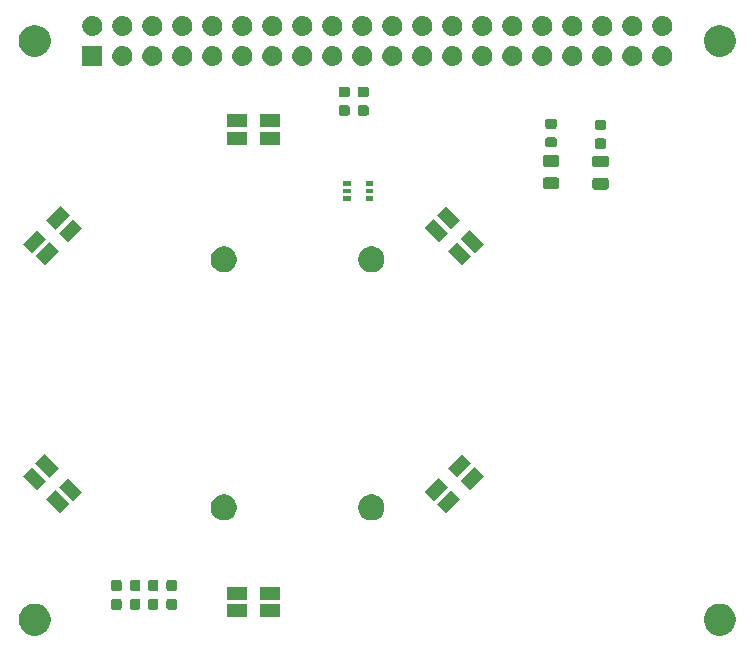
<source format=gts>
G04 #@! TF.GenerationSoftware,KiCad,Pcbnew,(5.1.0)-1*
G04 #@! TF.CreationDate,2019-03-23T08:59:44+11:00*
G04 #@! TF.ProjectId,VeinCamHat,5665696e-4361-46d4-9861-742e6b696361,rev?*
G04 #@! TF.SameCoordinates,Original*
G04 #@! TF.FileFunction,Soldermask,Top*
G04 #@! TF.FilePolarity,Negative*
%FSLAX46Y46*%
G04 Gerber Fmt 4.6, Leading zero omitted, Abs format (unit mm)*
G04 Created by KiCad (PCBNEW (5.1.0)-1) date 2019-03-23 08:59:44*
%MOMM*%
%LPD*%
G04 APERTURE LIST*
%ADD10C,0.150000*%
G04 APERTURE END LIST*
D10*
G36*
X261893779Y-145201879D02*
G01*
X262139463Y-145303645D01*
X262139465Y-145303646D01*
X262360575Y-145451387D01*
X262548613Y-145639425D01*
X262562380Y-145660029D01*
X262696355Y-145860537D01*
X262798121Y-146106221D01*
X262850000Y-146367035D01*
X262850000Y-146632965D01*
X262798121Y-146893779D01*
X262696355Y-147139463D01*
X262696354Y-147139465D01*
X262548613Y-147360575D01*
X262360575Y-147548613D01*
X262139465Y-147696354D01*
X262139464Y-147696355D01*
X262139463Y-147696355D01*
X261893779Y-147798121D01*
X261632965Y-147850000D01*
X261367035Y-147850000D01*
X261106221Y-147798121D01*
X260860537Y-147696355D01*
X260860536Y-147696355D01*
X260860535Y-147696354D01*
X260639425Y-147548613D01*
X260451387Y-147360575D01*
X260303646Y-147139465D01*
X260303645Y-147139463D01*
X260201879Y-146893779D01*
X260150000Y-146632965D01*
X260150000Y-146367035D01*
X260201879Y-146106221D01*
X260303645Y-145860537D01*
X260437620Y-145660029D01*
X260451387Y-145639425D01*
X260639425Y-145451387D01*
X260860535Y-145303646D01*
X260860537Y-145303645D01*
X261106221Y-145201879D01*
X261367035Y-145150000D01*
X261632965Y-145150000D01*
X261893779Y-145201879D01*
X261893779Y-145201879D01*
G37*
G36*
X203893779Y-145201879D02*
G01*
X204139463Y-145303645D01*
X204139465Y-145303646D01*
X204360575Y-145451387D01*
X204548613Y-145639425D01*
X204562380Y-145660029D01*
X204696355Y-145860537D01*
X204798121Y-146106221D01*
X204850000Y-146367035D01*
X204850000Y-146632965D01*
X204798121Y-146893779D01*
X204696355Y-147139463D01*
X204696354Y-147139465D01*
X204548613Y-147360575D01*
X204360575Y-147548613D01*
X204139465Y-147696354D01*
X204139464Y-147696355D01*
X204139463Y-147696355D01*
X203893779Y-147798121D01*
X203632965Y-147850000D01*
X203367035Y-147850000D01*
X203106221Y-147798121D01*
X202860537Y-147696355D01*
X202860536Y-147696355D01*
X202860535Y-147696354D01*
X202639425Y-147548613D01*
X202451387Y-147360575D01*
X202303646Y-147139465D01*
X202303645Y-147139463D01*
X202201879Y-146893779D01*
X202150000Y-146632965D01*
X202150000Y-146367035D01*
X202201879Y-146106221D01*
X202303645Y-145860537D01*
X202437620Y-145660029D01*
X202451387Y-145639425D01*
X202639425Y-145451387D01*
X202860535Y-145303646D01*
X202860537Y-145303645D01*
X203106221Y-145201879D01*
X203367035Y-145150000D01*
X203632965Y-145150000D01*
X203893779Y-145201879D01*
X203893779Y-145201879D01*
G37*
G36*
X221450000Y-146300001D02*
G01*
X219750000Y-146300001D01*
X219750000Y-145200001D01*
X221450000Y-145200001D01*
X221450000Y-146300001D01*
X221450000Y-146300001D01*
G37*
G36*
X224250000Y-146300001D02*
G01*
X222550000Y-146300001D01*
X222550000Y-145200001D01*
X224250000Y-145200001D01*
X224250000Y-146300001D01*
X224250000Y-146300001D01*
G37*
G36*
X210694002Y-144728960D02*
G01*
X210730301Y-144739971D01*
X210763757Y-144757854D01*
X210793081Y-144781919D01*
X210817146Y-144811243D01*
X210835029Y-144844699D01*
X210846040Y-144880998D01*
X210850000Y-144921204D01*
X210850000Y-145478796D01*
X210846040Y-145519002D01*
X210835029Y-145555301D01*
X210817146Y-145588757D01*
X210793081Y-145618081D01*
X210763757Y-145642146D01*
X210730301Y-145660029D01*
X210694002Y-145671040D01*
X210653796Y-145675000D01*
X210171204Y-145675000D01*
X210130998Y-145671040D01*
X210094699Y-145660029D01*
X210061243Y-145642146D01*
X210031919Y-145618081D01*
X210007854Y-145588757D01*
X209989971Y-145555301D01*
X209978960Y-145519002D01*
X209975000Y-145478796D01*
X209975000Y-144921204D01*
X209978960Y-144880998D01*
X209989971Y-144844699D01*
X210007854Y-144811243D01*
X210031919Y-144781919D01*
X210061243Y-144757854D01*
X210094699Y-144739971D01*
X210130998Y-144728960D01*
X210171204Y-144725000D01*
X210653796Y-144725000D01*
X210694002Y-144728960D01*
X210694002Y-144728960D01*
G37*
G36*
X215369002Y-144728960D02*
G01*
X215405301Y-144739971D01*
X215438757Y-144757854D01*
X215468081Y-144781919D01*
X215492146Y-144811243D01*
X215510029Y-144844699D01*
X215521040Y-144880998D01*
X215525000Y-144921204D01*
X215525000Y-145478796D01*
X215521040Y-145519002D01*
X215510029Y-145555301D01*
X215492146Y-145588757D01*
X215468081Y-145618081D01*
X215438757Y-145642146D01*
X215405301Y-145660029D01*
X215369002Y-145671040D01*
X215328796Y-145675000D01*
X214846204Y-145675000D01*
X214805998Y-145671040D01*
X214769699Y-145660029D01*
X214736243Y-145642146D01*
X214706919Y-145618081D01*
X214682854Y-145588757D01*
X214664971Y-145555301D01*
X214653960Y-145519002D01*
X214650000Y-145478796D01*
X214650000Y-144921204D01*
X214653960Y-144880998D01*
X214664971Y-144844699D01*
X214682854Y-144811243D01*
X214706919Y-144781919D01*
X214736243Y-144757854D01*
X214769699Y-144739971D01*
X214805998Y-144728960D01*
X214846204Y-144725000D01*
X215328796Y-144725000D01*
X215369002Y-144728960D01*
X215369002Y-144728960D01*
G37*
G36*
X213794002Y-144728960D02*
G01*
X213830301Y-144739971D01*
X213863757Y-144757854D01*
X213893081Y-144781919D01*
X213917146Y-144811243D01*
X213935029Y-144844699D01*
X213946040Y-144880998D01*
X213950000Y-144921204D01*
X213950000Y-145478796D01*
X213946040Y-145519002D01*
X213935029Y-145555301D01*
X213917146Y-145588757D01*
X213893081Y-145618081D01*
X213863757Y-145642146D01*
X213830301Y-145660029D01*
X213794002Y-145671040D01*
X213753796Y-145675000D01*
X213271204Y-145675000D01*
X213230998Y-145671040D01*
X213194699Y-145660029D01*
X213161243Y-145642146D01*
X213131919Y-145618081D01*
X213107854Y-145588757D01*
X213089971Y-145555301D01*
X213078960Y-145519002D01*
X213075000Y-145478796D01*
X213075000Y-144921204D01*
X213078960Y-144880998D01*
X213089971Y-144844699D01*
X213107854Y-144811243D01*
X213131919Y-144781919D01*
X213161243Y-144757854D01*
X213194699Y-144739971D01*
X213230998Y-144728960D01*
X213271204Y-144725000D01*
X213753796Y-144725000D01*
X213794002Y-144728960D01*
X213794002Y-144728960D01*
G37*
G36*
X212269002Y-144728960D02*
G01*
X212305301Y-144739971D01*
X212338757Y-144757854D01*
X212368081Y-144781919D01*
X212392146Y-144811243D01*
X212410029Y-144844699D01*
X212421040Y-144880998D01*
X212425000Y-144921204D01*
X212425000Y-145478796D01*
X212421040Y-145519002D01*
X212410029Y-145555301D01*
X212392146Y-145588757D01*
X212368081Y-145618081D01*
X212338757Y-145642146D01*
X212305301Y-145660029D01*
X212269002Y-145671040D01*
X212228796Y-145675000D01*
X211746204Y-145675000D01*
X211705998Y-145671040D01*
X211669699Y-145660029D01*
X211636243Y-145642146D01*
X211606919Y-145618081D01*
X211582854Y-145588757D01*
X211564971Y-145555301D01*
X211553960Y-145519002D01*
X211550000Y-145478796D01*
X211550000Y-144921204D01*
X211553960Y-144880998D01*
X211564971Y-144844699D01*
X211582854Y-144811243D01*
X211606919Y-144781919D01*
X211636243Y-144757854D01*
X211669699Y-144739971D01*
X211705998Y-144728960D01*
X211746204Y-144725000D01*
X212228796Y-144725000D01*
X212269002Y-144728960D01*
X212269002Y-144728960D01*
G37*
G36*
X224250000Y-144799999D02*
G01*
X222550000Y-144799999D01*
X222550000Y-143699999D01*
X224250000Y-143699999D01*
X224250000Y-144799999D01*
X224250000Y-144799999D01*
G37*
G36*
X221450000Y-144799999D02*
G01*
X219750000Y-144799999D01*
X219750000Y-143699999D01*
X221450000Y-143699999D01*
X221450000Y-144799999D01*
X221450000Y-144799999D01*
G37*
G36*
X210694002Y-143128960D02*
G01*
X210730301Y-143139971D01*
X210763757Y-143157854D01*
X210793081Y-143181919D01*
X210817146Y-143211243D01*
X210835029Y-143244699D01*
X210846040Y-143280998D01*
X210850000Y-143321204D01*
X210850000Y-143878796D01*
X210846040Y-143919002D01*
X210835029Y-143955301D01*
X210817146Y-143988757D01*
X210793081Y-144018081D01*
X210763757Y-144042146D01*
X210730301Y-144060029D01*
X210694002Y-144071040D01*
X210653796Y-144075000D01*
X210171204Y-144075000D01*
X210130998Y-144071040D01*
X210094699Y-144060029D01*
X210061243Y-144042146D01*
X210031919Y-144018081D01*
X210007854Y-143988757D01*
X209989971Y-143955301D01*
X209978960Y-143919002D01*
X209975000Y-143878796D01*
X209975000Y-143321204D01*
X209978960Y-143280998D01*
X209989971Y-143244699D01*
X210007854Y-143211243D01*
X210031919Y-143181919D01*
X210061243Y-143157854D01*
X210094699Y-143139971D01*
X210130998Y-143128960D01*
X210171204Y-143125000D01*
X210653796Y-143125000D01*
X210694002Y-143128960D01*
X210694002Y-143128960D01*
G37*
G36*
X212269002Y-143128960D02*
G01*
X212305301Y-143139971D01*
X212338757Y-143157854D01*
X212368081Y-143181919D01*
X212392146Y-143211243D01*
X212410029Y-143244699D01*
X212421040Y-143280998D01*
X212425000Y-143321204D01*
X212425000Y-143878796D01*
X212421040Y-143919002D01*
X212410029Y-143955301D01*
X212392146Y-143988757D01*
X212368081Y-144018081D01*
X212338757Y-144042146D01*
X212305301Y-144060029D01*
X212269002Y-144071040D01*
X212228796Y-144075000D01*
X211746204Y-144075000D01*
X211705998Y-144071040D01*
X211669699Y-144060029D01*
X211636243Y-144042146D01*
X211606919Y-144018081D01*
X211582854Y-143988757D01*
X211564971Y-143955301D01*
X211553960Y-143919002D01*
X211550000Y-143878796D01*
X211550000Y-143321204D01*
X211553960Y-143280998D01*
X211564971Y-143244699D01*
X211582854Y-143211243D01*
X211606919Y-143181919D01*
X211636243Y-143157854D01*
X211669699Y-143139971D01*
X211705998Y-143128960D01*
X211746204Y-143125000D01*
X212228796Y-143125000D01*
X212269002Y-143128960D01*
X212269002Y-143128960D01*
G37*
G36*
X213794002Y-143128960D02*
G01*
X213830301Y-143139971D01*
X213863757Y-143157854D01*
X213893081Y-143181919D01*
X213917146Y-143211243D01*
X213935029Y-143244699D01*
X213946040Y-143280998D01*
X213950000Y-143321204D01*
X213950000Y-143878796D01*
X213946040Y-143919002D01*
X213935029Y-143955301D01*
X213917146Y-143988757D01*
X213893081Y-144018081D01*
X213863757Y-144042146D01*
X213830301Y-144060029D01*
X213794002Y-144071040D01*
X213753796Y-144075000D01*
X213271204Y-144075000D01*
X213230998Y-144071040D01*
X213194699Y-144060029D01*
X213161243Y-144042146D01*
X213131919Y-144018081D01*
X213107854Y-143988757D01*
X213089971Y-143955301D01*
X213078960Y-143919002D01*
X213075000Y-143878796D01*
X213075000Y-143321204D01*
X213078960Y-143280998D01*
X213089971Y-143244699D01*
X213107854Y-143211243D01*
X213131919Y-143181919D01*
X213161243Y-143157854D01*
X213194699Y-143139971D01*
X213230998Y-143128960D01*
X213271204Y-143125000D01*
X213753796Y-143125000D01*
X213794002Y-143128960D01*
X213794002Y-143128960D01*
G37*
G36*
X215369002Y-143128960D02*
G01*
X215405301Y-143139971D01*
X215438757Y-143157854D01*
X215468081Y-143181919D01*
X215492146Y-143211243D01*
X215510029Y-143244699D01*
X215521040Y-143280998D01*
X215525000Y-143321204D01*
X215525000Y-143878796D01*
X215521040Y-143919002D01*
X215510029Y-143955301D01*
X215492146Y-143988757D01*
X215468081Y-144018081D01*
X215438757Y-144042146D01*
X215405301Y-144060029D01*
X215369002Y-144071040D01*
X215328796Y-144075000D01*
X214846204Y-144075000D01*
X214805998Y-144071040D01*
X214769699Y-144060029D01*
X214736243Y-144042146D01*
X214706919Y-144018081D01*
X214682854Y-143988757D01*
X214664971Y-143955301D01*
X214653960Y-143919002D01*
X214650000Y-143878796D01*
X214650000Y-143321204D01*
X214653960Y-143280998D01*
X214664971Y-143244699D01*
X214682854Y-143211243D01*
X214706919Y-143181919D01*
X214736243Y-143157854D01*
X214769699Y-143139971D01*
X214805998Y-143128960D01*
X214846204Y-143125000D01*
X215328796Y-143125000D01*
X215369002Y-143128960D01*
X215369002Y-143128960D01*
G37*
G36*
X219820856Y-135942272D02*
G01*
X220021044Y-136025192D01*
X220021045Y-136025193D01*
X220201209Y-136145575D01*
X220354425Y-136298791D01*
X220354426Y-136298793D01*
X220474808Y-136478956D01*
X220557728Y-136679144D01*
X220600000Y-136891658D01*
X220600000Y-137108342D01*
X220557728Y-137320856D01*
X220474808Y-137521044D01*
X220474807Y-137521045D01*
X220354425Y-137701209D01*
X220201209Y-137854425D01*
X220110513Y-137915026D01*
X220021044Y-137974808D01*
X219820856Y-138057728D01*
X219608342Y-138100000D01*
X219391658Y-138100000D01*
X219179144Y-138057728D01*
X218978956Y-137974808D01*
X218889487Y-137915026D01*
X218798791Y-137854425D01*
X218645575Y-137701209D01*
X218525193Y-137521045D01*
X218525192Y-137521044D01*
X218442272Y-137320856D01*
X218400000Y-137108342D01*
X218400000Y-136891658D01*
X218442272Y-136679144D01*
X218525192Y-136478956D01*
X218645574Y-136298793D01*
X218645575Y-136298791D01*
X218798791Y-136145575D01*
X218978955Y-136025193D01*
X218978956Y-136025192D01*
X219179144Y-135942272D01*
X219391658Y-135900000D01*
X219608342Y-135900000D01*
X219820856Y-135942272D01*
X219820856Y-135942272D01*
G37*
G36*
X232320856Y-135942272D02*
G01*
X232521044Y-136025192D01*
X232521045Y-136025193D01*
X232701209Y-136145575D01*
X232854425Y-136298791D01*
X232854426Y-136298793D01*
X232974808Y-136478956D01*
X233057728Y-136679144D01*
X233100000Y-136891658D01*
X233100000Y-137108342D01*
X233057728Y-137320856D01*
X232974808Y-137521044D01*
X232974807Y-137521045D01*
X232854425Y-137701209D01*
X232701209Y-137854425D01*
X232610513Y-137915026D01*
X232521044Y-137974808D01*
X232320856Y-138057728D01*
X232108342Y-138100000D01*
X231891658Y-138100000D01*
X231679144Y-138057728D01*
X231478956Y-137974808D01*
X231389487Y-137915026D01*
X231298791Y-137854425D01*
X231145575Y-137701209D01*
X231025193Y-137521045D01*
X231025192Y-137521044D01*
X230942272Y-137320856D01*
X230900000Y-137108342D01*
X230900000Y-136891658D01*
X230942272Y-136679144D01*
X231025192Y-136478956D01*
X231145574Y-136298793D01*
X231145575Y-136298791D01*
X231298791Y-136145575D01*
X231478955Y-136025193D01*
X231478956Y-136025192D01*
X231679144Y-135942272D01*
X231891658Y-135900000D01*
X232108342Y-135900000D01*
X232320856Y-135942272D01*
X232320856Y-135942272D01*
G37*
G36*
X206449568Y-136732412D02*
G01*
X205671751Y-137510229D01*
X204469670Y-136308148D01*
X205247487Y-135530331D01*
X206449568Y-136732412D01*
X206449568Y-136732412D01*
G37*
G36*
X239530330Y-136308148D02*
G01*
X238328249Y-137510229D01*
X237550432Y-136732412D01*
X238752513Y-135530331D01*
X239530330Y-136308148D01*
X239530330Y-136308148D01*
G37*
G36*
X207510229Y-135671751D02*
G01*
X206732412Y-136449568D01*
X205530331Y-135247487D01*
X206308148Y-134469670D01*
X207510229Y-135671751D01*
X207510229Y-135671751D01*
G37*
G36*
X238469669Y-135247487D02*
G01*
X237267588Y-136449568D01*
X236489771Y-135671751D01*
X237691852Y-134469670D01*
X238469669Y-135247487D01*
X238469669Y-135247487D01*
G37*
G36*
X204469669Y-134752513D02*
G01*
X203691852Y-135530330D01*
X202489771Y-134328249D01*
X203267588Y-133550432D01*
X204469669Y-134752513D01*
X204469669Y-134752513D01*
G37*
G36*
X241510229Y-134328249D02*
G01*
X240308148Y-135530330D01*
X239530331Y-134752513D01*
X240732412Y-133550432D01*
X241510229Y-134328249D01*
X241510229Y-134328249D01*
G37*
G36*
X240449568Y-133267588D02*
G01*
X239247487Y-134469669D01*
X238469670Y-133691852D01*
X239671751Y-132489771D01*
X240449568Y-133267588D01*
X240449568Y-133267588D01*
G37*
G36*
X205530330Y-133691852D02*
G01*
X204752513Y-134469669D01*
X203550432Y-133267588D01*
X204328249Y-132489771D01*
X205530330Y-133691852D01*
X205530330Y-133691852D01*
G37*
G36*
X232320856Y-114942272D02*
G01*
X232521044Y-115025192D01*
X232521045Y-115025193D01*
X232701209Y-115145575D01*
X232854425Y-115298791D01*
X232854426Y-115298793D01*
X232974808Y-115478956D01*
X233057728Y-115679144D01*
X233100000Y-115891658D01*
X233100000Y-116108342D01*
X233057728Y-116320856D01*
X232974808Y-116521044D01*
X232974807Y-116521045D01*
X232854425Y-116701209D01*
X232701209Y-116854425D01*
X232610513Y-116915026D01*
X232521044Y-116974808D01*
X232320856Y-117057728D01*
X232108342Y-117100000D01*
X231891658Y-117100000D01*
X231679144Y-117057728D01*
X231478956Y-116974808D01*
X231389487Y-116915026D01*
X231298791Y-116854425D01*
X231145575Y-116701209D01*
X231025193Y-116521045D01*
X231025192Y-116521044D01*
X230942272Y-116320856D01*
X230900000Y-116108342D01*
X230900000Y-115891658D01*
X230942272Y-115679144D01*
X231025192Y-115478956D01*
X231145574Y-115298793D01*
X231145575Y-115298791D01*
X231298791Y-115145575D01*
X231478955Y-115025193D01*
X231478956Y-115025192D01*
X231679144Y-114942272D01*
X231891658Y-114900000D01*
X232108342Y-114900000D01*
X232320856Y-114942272D01*
X232320856Y-114942272D01*
G37*
G36*
X219820856Y-114942272D02*
G01*
X220021044Y-115025192D01*
X220021045Y-115025193D01*
X220201209Y-115145575D01*
X220354425Y-115298791D01*
X220354426Y-115298793D01*
X220474808Y-115478956D01*
X220557728Y-115679144D01*
X220600000Y-115891658D01*
X220600000Y-116108342D01*
X220557728Y-116320856D01*
X220474808Y-116521044D01*
X220474807Y-116521045D01*
X220354425Y-116701209D01*
X220201209Y-116854425D01*
X220110513Y-116915026D01*
X220021044Y-116974808D01*
X219820856Y-117057728D01*
X219608342Y-117100000D01*
X219391658Y-117100000D01*
X219179144Y-117057728D01*
X218978956Y-116974808D01*
X218889487Y-116915026D01*
X218798791Y-116854425D01*
X218645575Y-116701209D01*
X218525193Y-116521045D01*
X218525192Y-116521044D01*
X218442272Y-116320856D01*
X218400000Y-116108342D01*
X218400000Y-115891658D01*
X218442272Y-115679144D01*
X218525192Y-115478956D01*
X218645574Y-115298793D01*
X218645575Y-115298791D01*
X218798791Y-115145575D01*
X218978955Y-115025193D01*
X218978956Y-115025192D01*
X219179144Y-114942272D01*
X219391658Y-114900000D01*
X219608342Y-114900000D01*
X219820856Y-114942272D01*
X219820856Y-114942272D01*
G37*
G36*
X205530330Y-115308148D02*
G01*
X204328249Y-116510229D01*
X203550432Y-115732412D01*
X204752513Y-114530331D01*
X205530330Y-115308148D01*
X205530330Y-115308148D01*
G37*
G36*
X240449568Y-115732412D02*
G01*
X239671751Y-116510229D01*
X238469670Y-115308148D01*
X239247487Y-114530331D01*
X240449568Y-115732412D01*
X240449568Y-115732412D01*
G37*
G36*
X241510229Y-114671751D02*
G01*
X240732412Y-115449568D01*
X239530331Y-114247487D01*
X240308148Y-113469670D01*
X241510229Y-114671751D01*
X241510229Y-114671751D01*
G37*
G36*
X204469669Y-114247487D02*
G01*
X203267588Y-115449568D01*
X202489771Y-114671751D01*
X203691852Y-113469670D01*
X204469669Y-114247487D01*
X204469669Y-114247487D01*
G37*
G36*
X207510229Y-113328249D02*
G01*
X206308148Y-114530330D01*
X205530331Y-113752513D01*
X206732412Y-112550432D01*
X207510229Y-113328249D01*
X207510229Y-113328249D01*
G37*
G36*
X238469669Y-113752513D02*
G01*
X237691852Y-114530330D01*
X236489771Y-113328249D01*
X237267588Y-112550432D01*
X238469669Y-113752513D01*
X238469669Y-113752513D01*
G37*
G36*
X239530330Y-112691852D02*
G01*
X238752513Y-113469669D01*
X237550432Y-112267588D01*
X238328249Y-111489771D01*
X239530330Y-112691852D01*
X239530330Y-112691852D01*
G37*
G36*
X206449568Y-112267588D02*
G01*
X205247487Y-113469669D01*
X204469670Y-112691852D01*
X205671751Y-111489771D01*
X206449568Y-112267588D01*
X206449568Y-112267588D01*
G37*
G36*
X230275000Y-111050000D02*
G01*
X229625000Y-111050000D01*
X229625000Y-110650000D01*
X230275000Y-110650000D01*
X230275000Y-111050000D01*
X230275000Y-111050000D01*
G37*
G36*
X232175000Y-111050000D02*
G01*
X231525000Y-111050000D01*
X231525000Y-110650000D01*
X232175000Y-110650000D01*
X232175000Y-111050000D01*
X232175000Y-111050000D01*
G37*
G36*
X230275000Y-110400000D02*
G01*
X229625000Y-110400000D01*
X229625000Y-110000000D01*
X230275000Y-110000000D01*
X230275000Y-110400000D01*
X230275000Y-110400000D01*
G37*
G36*
X232175000Y-110400000D02*
G01*
X231525000Y-110400000D01*
X231525000Y-110000000D01*
X232175000Y-110000000D01*
X232175000Y-110400000D01*
X232175000Y-110400000D01*
G37*
G36*
X251923879Y-109116940D02*
G01*
X251964870Y-109129374D01*
X252002645Y-109149565D01*
X252035758Y-109176742D01*
X252062935Y-109209855D01*
X252083126Y-109247630D01*
X252095560Y-109288621D01*
X252100000Y-109333704D01*
X252100000Y-109866296D01*
X252095560Y-109911379D01*
X252083126Y-109952370D01*
X252062935Y-109990145D01*
X252035758Y-110023258D01*
X252002645Y-110050435D01*
X251964870Y-110070626D01*
X251923879Y-110083060D01*
X251878796Y-110087500D01*
X250921204Y-110087500D01*
X250876121Y-110083060D01*
X250835130Y-110070626D01*
X250797355Y-110050435D01*
X250764242Y-110023258D01*
X250737065Y-109990145D01*
X250716874Y-109952370D01*
X250704440Y-109911379D01*
X250700000Y-109866296D01*
X250700000Y-109333704D01*
X250704440Y-109288621D01*
X250716874Y-109247630D01*
X250737065Y-109209855D01*
X250764242Y-109176742D01*
X250797355Y-109149565D01*
X250835130Y-109129374D01*
X250876121Y-109116940D01*
X250921204Y-109112500D01*
X251878796Y-109112500D01*
X251923879Y-109116940D01*
X251923879Y-109116940D01*
G37*
G36*
X247723879Y-109054440D02*
G01*
X247764870Y-109066874D01*
X247802645Y-109087065D01*
X247835758Y-109114242D01*
X247862935Y-109147355D01*
X247883126Y-109185130D01*
X247895560Y-109226121D01*
X247900000Y-109271204D01*
X247900000Y-109803796D01*
X247895560Y-109848879D01*
X247883126Y-109889870D01*
X247862935Y-109927645D01*
X247835758Y-109960758D01*
X247802645Y-109987935D01*
X247764870Y-110008126D01*
X247723879Y-110020560D01*
X247678796Y-110025000D01*
X246721204Y-110025000D01*
X246676121Y-110020560D01*
X246635130Y-110008126D01*
X246597355Y-109987935D01*
X246564242Y-109960758D01*
X246537065Y-109927645D01*
X246516874Y-109889870D01*
X246504440Y-109848879D01*
X246500000Y-109803796D01*
X246500000Y-109271204D01*
X246504440Y-109226121D01*
X246516874Y-109185130D01*
X246537065Y-109147355D01*
X246564242Y-109114242D01*
X246597355Y-109087065D01*
X246635130Y-109066874D01*
X246676121Y-109054440D01*
X246721204Y-109050000D01*
X247678796Y-109050000D01*
X247723879Y-109054440D01*
X247723879Y-109054440D01*
G37*
G36*
X232175000Y-109750000D02*
G01*
X231525000Y-109750000D01*
X231525000Y-109350000D01*
X232175000Y-109350000D01*
X232175000Y-109750000D01*
X232175000Y-109750000D01*
G37*
G36*
X230275000Y-109750000D02*
G01*
X229625000Y-109750000D01*
X229625000Y-109350000D01*
X230275000Y-109350000D01*
X230275000Y-109750000D01*
X230275000Y-109750000D01*
G37*
G36*
X251923879Y-107241940D02*
G01*
X251964870Y-107254374D01*
X252002645Y-107274565D01*
X252035758Y-107301742D01*
X252062935Y-107334855D01*
X252083126Y-107372630D01*
X252095560Y-107413621D01*
X252100000Y-107458704D01*
X252100000Y-107991296D01*
X252095560Y-108036379D01*
X252083126Y-108077370D01*
X252062935Y-108115145D01*
X252035758Y-108148258D01*
X252002645Y-108175435D01*
X251964870Y-108195626D01*
X251923879Y-108208060D01*
X251878796Y-108212500D01*
X250921204Y-108212500D01*
X250876121Y-108208060D01*
X250835130Y-108195626D01*
X250797355Y-108175435D01*
X250764242Y-108148258D01*
X250737065Y-108115145D01*
X250716874Y-108077370D01*
X250704440Y-108036379D01*
X250700000Y-107991296D01*
X250700000Y-107458704D01*
X250704440Y-107413621D01*
X250716874Y-107372630D01*
X250737065Y-107334855D01*
X250764242Y-107301742D01*
X250797355Y-107274565D01*
X250835130Y-107254374D01*
X250876121Y-107241940D01*
X250921204Y-107237500D01*
X251878796Y-107237500D01*
X251923879Y-107241940D01*
X251923879Y-107241940D01*
G37*
G36*
X247723879Y-107179440D02*
G01*
X247764870Y-107191874D01*
X247802645Y-107212065D01*
X247835758Y-107239242D01*
X247862935Y-107272355D01*
X247883126Y-107310130D01*
X247895560Y-107351121D01*
X247900000Y-107396204D01*
X247900000Y-107928796D01*
X247895560Y-107973879D01*
X247883126Y-108014870D01*
X247862935Y-108052645D01*
X247835758Y-108085758D01*
X247802645Y-108112935D01*
X247764870Y-108133126D01*
X247723879Y-108145560D01*
X247678796Y-108150000D01*
X246721204Y-108150000D01*
X246676121Y-108145560D01*
X246635130Y-108133126D01*
X246597355Y-108112935D01*
X246564242Y-108085758D01*
X246537065Y-108052645D01*
X246516874Y-108014870D01*
X246504440Y-107973879D01*
X246500000Y-107928796D01*
X246500000Y-107396204D01*
X246504440Y-107351121D01*
X246516874Y-107310130D01*
X246537065Y-107272355D01*
X246564242Y-107239242D01*
X246597355Y-107212065D01*
X246635130Y-107191874D01*
X246676121Y-107179440D01*
X246721204Y-107175000D01*
X247678796Y-107175000D01*
X247723879Y-107179440D01*
X247723879Y-107179440D01*
G37*
G36*
X251719002Y-105753960D02*
G01*
X251755301Y-105764971D01*
X251788757Y-105782854D01*
X251818081Y-105806919D01*
X251842146Y-105836243D01*
X251860029Y-105869699D01*
X251871040Y-105905998D01*
X251875000Y-105946204D01*
X251875000Y-106428796D01*
X251871040Y-106469002D01*
X251860029Y-106505301D01*
X251842146Y-106538757D01*
X251818081Y-106568081D01*
X251788757Y-106592146D01*
X251755301Y-106610029D01*
X251719002Y-106621040D01*
X251678796Y-106625000D01*
X251121204Y-106625000D01*
X251080998Y-106621040D01*
X251044699Y-106610029D01*
X251011243Y-106592146D01*
X250981919Y-106568081D01*
X250957854Y-106538757D01*
X250939971Y-106505301D01*
X250928960Y-106469002D01*
X250925000Y-106428796D01*
X250925000Y-105946204D01*
X250928960Y-105905998D01*
X250939971Y-105869699D01*
X250957854Y-105836243D01*
X250981919Y-105806919D01*
X251011243Y-105782854D01*
X251044699Y-105764971D01*
X251080998Y-105753960D01*
X251121204Y-105750000D01*
X251678796Y-105750000D01*
X251719002Y-105753960D01*
X251719002Y-105753960D01*
G37*
G36*
X247519002Y-105653960D02*
G01*
X247555301Y-105664971D01*
X247588757Y-105682854D01*
X247618081Y-105706919D01*
X247642146Y-105736243D01*
X247660029Y-105769699D01*
X247671040Y-105805998D01*
X247675000Y-105846204D01*
X247675000Y-106328796D01*
X247671040Y-106369002D01*
X247660029Y-106405301D01*
X247642146Y-106438757D01*
X247618081Y-106468081D01*
X247588757Y-106492146D01*
X247555301Y-106510029D01*
X247519002Y-106521040D01*
X247478796Y-106525000D01*
X246921204Y-106525000D01*
X246880998Y-106521040D01*
X246844699Y-106510029D01*
X246811243Y-106492146D01*
X246781919Y-106468081D01*
X246757854Y-106438757D01*
X246739971Y-106405301D01*
X246728960Y-106369002D01*
X246725000Y-106328796D01*
X246725000Y-105846204D01*
X246728960Y-105805998D01*
X246739971Y-105769699D01*
X246757854Y-105736243D01*
X246781919Y-105706919D01*
X246811243Y-105682854D01*
X246844699Y-105664971D01*
X246880998Y-105653960D01*
X246921204Y-105650000D01*
X247478796Y-105650000D01*
X247519002Y-105653960D01*
X247519002Y-105653960D01*
G37*
G36*
X221450000Y-106300000D02*
G01*
X219750000Y-106300000D01*
X219750000Y-105200000D01*
X221450000Y-105200000D01*
X221450000Y-106300000D01*
X221450000Y-106300000D01*
G37*
G36*
X224250000Y-106300000D02*
G01*
X222550000Y-106300000D01*
X222550000Y-105200000D01*
X224250000Y-105200000D01*
X224250000Y-106300000D01*
X224250000Y-106300000D01*
G37*
G36*
X251719002Y-104178960D02*
G01*
X251755301Y-104189971D01*
X251788757Y-104207854D01*
X251818081Y-104231919D01*
X251842146Y-104261243D01*
X251860029Y-104294699D01*
X251871040Y-104330998D01*
X251875000Y-104371204D01*
X251875000Y-104853796D01*
X251871040Y-104894002D01*
X251860029Y-104930301D01*
X251842146Y-104963757D01*
X251818081Y-104993081D01*
X251788757Y-105017146D01*
X251755301Y-105035029D01*
X251719002Y-105046040D01*
X251678796Y-105050000D01*
X251121204Y-105050000D01*
X251080998Y-105046040D01*
X251044699Y-105035029D01*
X251011243Y-105017146D01*
X250981919Y-104993081D01*
X250957854Y-104963757D01*
X250939971Y-104930301D01*
X250928960Y-104894002D01*
X250925000Y-104853796D01*
X250925000Y-104371204D01*
X250928960Y-104330998D01*
X250939971Y-104294699D01*
X250957854Y-104261243D01*
X250981919Y-104231919D01*
X251011243Y-104207854D01*
X251044699Y-104189971D01*
X251080998Y-104178960D01*
X251121204Y-104175000D01*
X251678796Y-104175000D01*
X251719002Y-104178960D01*
X251719002Y-104178960D01*
G37*
G36*
X247519002Y-104078960D02*
G01*
X247555301Y-104089971D01*
X247588757Y-104107854D01*
X247618081Y-104131919D01*
X247642146Y-104161243D01*
X247660029Y-104194699D01*
X247671040Y-104230998D01*
X247675000Y-104271204D01*
X247675000Y-104753796D01*
X247671040Y-104794002D01*
X247660029Y-104830301D01*
X247642146Y-104863757D01*
X247618081Y-104893081D01*
X247588757Y-104917146D01*
X247555301Y-104935029D01*
X247519002Y-104946040D01*
X247478796Y-104950000D01*
X246921204Y-104950000D01*
X246880998Y-104946040D01*
X246844699Y-104935029D01*
X246811243Y-104917146D01*
X246781919Y-104893081D01*
X246757854Y-104863757D01*
X246739971Y-104830301D01*
X246728960Y-104794002D01*
X246725000Y-104753796D01*
X246725000Y-104271204D01*
X246728960Y-104230998D01*
X246739971Y-104194699D01*
X246757854Y-104161243D01*
X246781919Y-104131919D01*
X246811243Y-104107854D01*
X246844699Y-104089971D01*
X246880998Y-104078960D01*
X246921204Y-104075000D01*
X247478796Y-104075000D01*
X247519002Y-104078960D01*
X247519002Y-104078960D01*
G37*
G36*
X224250000Y-104800000D02*
G01*
X222550000Y-104800000D01*
X222550000Y-103700000D01*
X224250000Y-103700000D01*
X224250000Y-104800000D01*
X224250000Y-104800000D01*
G37*
G36*
X221450000Y-104800000D02*
G01*
X219750000Y-104800000D01*
X219750000Y-103700000D01*
X221450000Y-103700000D01*
X221450000Y-104800000D01*
X221450000Y-104800000D01*
G37*
G36*
X231619002Y-102953960D02*
G01*
X231655301Y-102964971D01*
X231688757Y-102982854D01*
X231718081Y-103006919D01*
X231742146Y-103036243D01*
X231760029Y-103069699D01*
X231771040Y-103105998D01*
X231775000Y-103146204D01*
X231775000Y-103628796D01*
X231771040Y-103669002D01*
X231760029Y-103705301D01*
X231742146Y-103738757D01*
X231718081Y-103768081D01*
X231688757Y-103792146D01*
X231655301Y-103810029D01*
X231619002Y-103821040D01*
X231578796Y-103825000D01*
X231021204Y-103825000D01*
X230980998Y-103821040D01*
X230944699Y-103810029D01*
X230911243Y-103792146D01*
X230881919Y-103768081D01*
X230857854Y-103738757D01*
X230839971Y-103705301D01*
X230828960Y-103669002D01*
X230825000Y-103628796D01*
X230825000Y-103146204D01*
X230828960Y-103105998D01*
X230839971Y-103069699D01*
X230857854Y-103036243D01*
X230881919Y-103006919D01*
X230911243Y-102982854D01*
X230944699Y-102964971D01*
X230980998Y-102953960D01*
X231021204Y-102950000D01*
X231578796Y-102950000D01*
X231619002Y-102953960D01*
X231619002Y-102953960D01*
G37*
G36*
X230019002Y-102953960D02*
G01*
X230055301Y-102964971D01*
X230088757Y-102982854D01*
X230118081Y-103006919D01*
X230142146Y-103036243D01*
X230160029Y-103069699D01*
X230171040Y-103105998D01*
X230175000Y-103146204D01*
X230175000Y-103628796D01*
X230171040Y-103669002D01*
X230160029Y-103705301D01*
X230142146Y-103738757D01*
X230118081Y-103768081D01*
X230088757Y-103792146D01*
X230055301Y-103810029D01*
X230019002Y-103821040D01*
X229978796Y-103825000D01*
X229421204Y-103825000D01*
X229380998Y-103821040D01*
X229344699Y-103810029D01*
X229311243Y-103792146D01*
X229281919Y-103768081D01*
X229257854Y-103738757D01*
X229239971Y-103705301D01*
X229228960Y-103669002D01*
X229225000Y-103628796D01*
X229225000Y-103146204D01*
X229228960Y-103105998D01*
X229239971Y-103069699D01*
X229257854Y-103036243D01*
X229281919Y-103006919D01*
X229311243Y-102982854D01*
X229344699Y-102964971D01*
X229380998Y-102953960D01*
X229421204Y-102950000D01*
X229978796Y-102950000D01*
X230019002Y-102953960D01*
X230019002Y-102953960D01*
G37*
G36*
X231619002Y-101378960D02*
G01*
X231655301Y-101389971D01*
X231688757Y-101407854D01*
X231718081Y-101431919D01*
X231742146Y-101461243D01*
X231760029Y-101494699D01*
X231771040Y-101530998D01*
X231775000Y-101571204D01*
X231775000Y-102053796D01*
X231771040Y-102094002D01*
X231760029Y-102130301D01*
X231742146Y-102163757D01*
X231718081Y-102193081D01*
X231688757Y-102217146D01*
X231655301Y-102235029D01*
X231619002Y-102246040D01*
X231578796Y-102250000D01*
X231021204Y-102250000D01*
X230980998Y-102246040D01*
X230944699Y-102235029D01*
X230911243Y-102217146D01*
X230881919Y-102193081D01*
X230857854Y-102163757D01*
X230839971Y-102130301D01*
X230828960Y-102094002D01*
X230825000Y-102053796D01*
X230825000Y-101571204D01*
X230828960Y-101530998D01*
X230839971Y-101494699D01*
X230857854Y-101461243D01*
X230881919Y-101431919D01*
X230911243Y-101407854D01*
X230944699Y-101389971D01*
X230980998Y-101378960D01*
X231021204Y-101375000D01*
X231578796Y-101375000D01*
X231619002Y-101378960D01*
X231619002Y-101378960D01*
G37*
G36*
X230019002Y-101378960D02*
G01*
X230055301Y-101389971D01*
X230088757Y-101407854D01*
X230118081Y-101431919D01*
X230142146Y-101461243D01*
X230160029Y-101494699D01*
X230171040Y-101530998D01*
X230175000Y-101571204D01*
X230175000Y-102053796D01*
X230171040Y-102094002D01*
X230160029Y-102130301D01*
X230142146Y-102163757D01*
X230118081Y-102193081D01*
X230088757Y-102217146D01*
X230055301Y-102235029D01*
X230019002Y-102246040D01*
X229978796Y-102250000D01*
X229421204Y-102250000D01*
X229380998Y-102246040D01*
X229344699Y-102235029D01*
X229311243Y-102217146D01*
X229281919Y-102193081D01*
X229257854Y-102163757D01*
X229239971Y-102130301D01*
X229228960Y-102094002D01*
X229225000Y-102053796D01*
X229225000Y-101571204D01*
X229228960Y-101530998D01*
X229239971Y-101494699D01*
X229257854Y-101461243D01*
X229281919Y-101431919D01*
X229311243Y-101407854D01*
X229344699Y-101389971D01*
X229380998Y-101378960D01*
X229421204Y-101375000D01*
X229978796Y-101375000D01*
X230019002Y-101378960D01*
X230019002Y-101378960D01*
G37*
G36*
X254256629Y-97932299D02*
G01*
X254351066Y-97960946D01*
X254416855Y-97980903D01*
X254452452Y-97999930D01*
X254564518Y-98059830D01*
X254693948Y-98166052D01*
X254800170Y-98295482D01*
X254834961Y-98360573D01*
X254879097Y-98443145D01*
X254899054Y-98508934D01*
X254927701Y-98603371D01*
X254944112Y-98770000D01*
X254927701Y-98936629D01*
X254899054Y-99031066D01*
X254879097Y-99096855D01*
X254879096Y-99096856D01*
X254800170Y-99244518D01*
X254693948Y-99373948D01*
X254564518Y-99480170D01*
X254452452Y-99540070D01*
X254416855Y-99559097D01*
X254351066Y-99579054D01*
X254256629Y-99607701D01*
X254131753Y-99620000D01*
X254048247Y-99620000D01*
X253923371Y-99607701D01*
X253828934Y-99579054D01*
X253763145Y-99559097D01*
X253727548Y-99540070D01*
X253615482Y-99480170D01*
X253486052Y-99373948D01*
X253379830Y-99244518D01*
X253300904Y-99096856D01*
X253300903Y-99096855D01*
X253280946Y-99031066D01*
X253252299Y-98936629D01*
X253235888Y-98770000D01*
X253252299Y-98603371D01*
X253280946Y-98508934D01*
X253300903Y-98443145D01*
X253345039Y-98360573D01*
X253379830Y-98295482D01*
X253486052Y-98166052D01*
X253615482Y-98059830D01*
X253727548Y-97999930D01*
X253763145Y-97980903D01*
X253828934Y-97960946D01*
X253923371Y-97932299D01*
X254048247Y-97920000D01*
X254131753Y-97920000D01*
X254256629Y-97932299D01*
X254256629Y-97932299D01*
G37*
G36*
X256796629Y-97932299D02*
G01*
X256891066Y-97960946D01*
X256956855Y-97980903D01*
X256992452Y-97999930D01*
X257104518Y-98059830D01*
X257233948Y-98166052D01*
X257340170Y-98295482D01*
X257374961Y-98360573D01*
X257419097Y-98443145D01*
X257439054Y-98508934D01*
X257467701Y-98603371D01*
X257484112Y-98770000D01*
X257467701Y-98936629D01*
X257439054Y-99031066D01*
X257419097Y-99096855D01*
X257419096Y-99096856D01*
X257340170Y-99244518D01*
X257233948Y-99373948D01*
X257104518Y-99480170D01*
X256992452Y-99540070D01*
X256956855Y-99559097D01*
X256891066Y-99579054D01*
X256796629Y-99607701D01*
X256671753Y-99620000D01*
X256588247Y-99620000D01*
X256463371Y-99607701D01*
X256368934Y-99579054D01*
X256303145Y-99559097D01*
X256267548Y-99540070D01*
X256155482Y-99480170D01*
X256026052Y-99373948D01*
X255919830Y-99244518D01*
X255840904Y-99096856D01*
X255840903Y-99096855D01*
X255820946Y-99031066D01*
X255792299Y-98936629D01*
X255775888Y-98770000D01*
X255792299Y-98603371D01*
X255820946Y-98508934D01*
X255840903Y-98443145D01*
X255885039Y-98360573D01*
X255919830Y-98295482D01*
X256026052Y-98166052D01*
X256155482Y-98059830D01*
X256267548Y-97999930D01*
X256303145Y-97980903D01*
X256368934Y-97960946D01*
X256463371Y-97932299D01*
X256588247Y-97920000D01*
X256671753Y-97920000D01*
X256796629Y-97932299D01*
X256796629Y-97932299D01*
G37*
G36*
X251716629Y-97932299D02*
G01*
X251811066Y-97960946D01*
X251876855Y-97980903D01*
X251912452Y-97999930D01*
X252024518Y-98059830D01*
X252153948Y-98166052D01*
X252260170Y-98295482D01*
X252294961Y-98360573D01*
X252339097Y-98443145D01*
X252359054Y-98508934D01*
X252387701Y-98603371D01*
X252404112Y-98770000D01*
X252387701Y-98936629D01*
X252359054Y-99031066D01*
X252339097Y-99096855D01*
X252339096Y-99096856D01*
X252260170Y-99244518D01*
X252153948Y-99373948D01*
X252024518Y-99480170D01*
X251912452Y-99540070D01*
X251876855Y-99559097D01*
X251811066Y-99579054D01*
X251716629Y-99607701D01*
X251591753Y-99620000D01*
X251508247Y-99620000D01*
X251383371Y-99607701D01*
X251288934Y-99579054D01*
X251223145Y-99559097D01*
X251187548Y-99540070D01*
X251075482Y-99480170D01*
X250946052Y-99373948D01*
X250839830Y-99244518D01*
X250760904Y-99096856D01*
X250760903Y-99096855D01*
X250740946Y-99031066D01*
X250712299Y-98936629D01*
X250695888Y-98770000D01*
X250712299Y-98603371D01*
X250740946Y-98508934D01*
X250760903Y-98443145D01*
X250805039Y-98360573D01*
X250839830Y-98295482D01*
X250946052Y-98166052D01*
X251075482Y-98059830D01*
X251187548Y-97999930D01*
X251223145Y-97980903D01*
X251288934Y-97960946D01*
X251383371Y-97932299D01*
X251508247Y-97920000D01*
X251591753Y-97920000D01*
X251716629Y-97932299D01*
X251716629Y-97932299D01*
G37*
G36*
X249176629Y-97932299D02*
G01*
X249271066Y-97960946D01*
X249336855Y-97980903D01*
X249372452Y-97999930D01*
X249484518Y-98059830D01*
X249613948Y-98166052D01*
X249720170Y-98295482D01*
X249754961Y-98360573D01*
X249799097Y-98443145D01*
X249819054Y-98508934D01*
X249847701Y-98603371D01*
X249864112Y-98770000D01*
X249847701Y-98936629D01*
X249819054Y-99031066D01*
X249799097Y-99096855D01*
X249799096Y-99096856D01*
X249720170Y-99244518D01*
X249613948Y-99373948D01*
X249484518Y-99480170D01*
X249372452Y-99540070D01*
X249336855Y-99559097D01*
X249271066Y-99579054D01*
X249176629Y-99607701D01*
X249051753Y-99620000D01*
X248968247Y-99620000D01*
X248843371Y-99607701D01*
X248748934Y-99579054D01*
X248683145Y-99559097D01*
X248647548Y-99540070D01*
X248535482Y-99480170D01*
X248406052Y-99373948D01*
X248299830Y-99244518D01*
X248220904Y-99096856D01*
X248220903Y-99096855D01*
X248200946Y-99031066D01*
X248172299Y-98936629D01*
X248155888Y-98770000D01*
X248172299Y-98603371D01*
X248200946Y-98508934D01*
X248220903Y-98443145D01*
X248265039Y-98360573D01*
X248299830Y-98295482D01*
X248406052Y-98166052D01*
X248535482Y-98059830D01*
X248647548Y-97999930D01*
X248683145Y-97980903D01*
X248748934Y-97960946D01*
X248843371Y-97932299D01*
X248968247Y-97920000D01*
X249051753Y-97920000D01*
X249176629Y-97932299D01*
X249176629Y-97932299D01*
G37*
G36*
X246636629Y-97932299D02*
G01*
X246731066Y-97960946D01*
X246796855Y-97980903D01*
X246832452Y-97999930D01*
X246944518Y-98059830D01*
X247073948Y-98166052D01*
X247180170Y-98295482D01*
X247214961Y-98360573D01*
X247259097Y-98443145D01*
X247279054Y-98508934D01*
X247307701Y-98603371D01*
X247324112Y-98770000D01*
X247307701Y-98936629D01*
X247279054Y-99031066D01*
X247259097Y-99096855D01*
X247259096Y-99096856D01*
X247180170Y-99244518D01*
X247073948Y-99373948D01*
X246944518Y-99480170D01*
X246832452Y-99540070D01*
X246796855Y-99559097D01*
X246731066Y-99579054D01*
X246636629Y-99607701D01*
X246511753Y-99620000D01*
X246428247Y-99620000D01*
X246303371Y-99607701D01*
X246208934Y-99579054D01*
X246143145Y-99559097D01*
X246107548Y-99540070D01*
X245995482Y-99480170D01*
X245866052Y-99373948D01*
X245759830Y-99244518D01*
X245680904Y-99096856D01*
X245680903Y-99096855D01*
X245660946Y-99031066D01*
X245632299Y-98936629D01*
X245615888Y-98770000D01*
X245632299Y-98603371D01*
X245660946Y-98508934D01*
X245680903Y-98443145D01*
X245725039Y-98360573D01*
X245759830Y-98295482D01*
X245866052Y-98166052D01*
X245995482Y-98059830D01*
X246107548Y-97999930D01*
X246143145Y-97980903D01*
X246208934Y-97960946D01*
X246303371Y-97932299D01*
X246428247Y-97920000D01*
X246511753Y-97920000D01*
X246636629Y-97932299D01*
X246636629Y-97932299D01*
G37*
G36*
X244096629Y-97932299D02*
G01*
X244191066Y-97960946D01*
X244256855Y-97980903D01*
X244292452Y-97999930D01*
X244404518Y-98059830D01*
X244533948Y-98166052D01*
X244640170Y-98295482D01*
X244674961Y-98360573D01*
X244719097Y-98443145D01*
X244739054Y-98508934D01*
X244767701Y-98603371D01*
X244784112Y-98770000D01*
X244767701Y-98936629D01*
X244739054Y-99031066D01*
X244719097Y-99096855D01*
X244719096Y-99096856D01*
X244640170Y-99244518D01*
X244533948Y-99373948D01*
X244404518Y-99480170D01*
X244292452Y-99540070D01*
X244256855Y-99559097D01*
X244191066Y-99579054D01*
X244096629Y-99607701D01*
X243971753Y-99620000D01*
X243888247Y-99620000D01*
X243763371Y-99607701D01*
X243668934Y-99579054D01*
X243603145Y-99559097D01*
X243567548Y-99540070D01*
X243455482Y-99480170D01*
X243326052Y-99373948D01*
X243219830Y-99244518D01*
X243140904Y-99096856D01*
X243140903Y-99096855D01*
X243120946Y-99031066D01*
X243092299Y-98936629D01*
X243075888Y-98770000D01*
X243092299Y-98603371D01*
X243120946Y-98508934D01*
X243140903Y-98443145D01*
X243185039Y-98360573D01*
X243219830Y-98295482D01*
X243326052Y-98166052D01*
X243455482Y-98059830D01*
X243567548Y-97999930D01*
X243603145Y-97980903D01*
X243668934Y-97960946D01*
X243763371Y-97932299D01*
X243888247Y-97920000D01*
X243971753Y-97920000D01*
X244096629Y-97932299D01*
X244096629Y-97932299D01*
G37*
G36*
X241556629Y-97932299D02*
G01*
X241651066Y-97960946D01*
X241716855Y-97980903D01*
X241752452Y-97999930D01*
X241864518Y-98059830D01*
X241993948Y-98166052D01*
X242100170Y-98295482D01*
X242134961Y-98360573D01*
X242179097Y-98443145D01*
X242199054Y-98508934D01*
X242227701Y-98603371D01*
X242244112Y-98770000D01*
X242227701Y-98936629D01*
X242199054Y-99031066D01*
X242179097Y-99096855D01*
X242179096Y-99096856D01*
X242100170Y-99244518D01*
X241993948Y-99373948D01*
X241864518Y-99480170D01*
X241752452Y-99540070D01*
X241716855Y-99559097D01*
X241651066Y-99579054D01*
X241556629Y-99607701D01*
X241431753Y-99620000D01*
X241348247Y-99620000D01*
X241223371Y-99607701D01*
X241128934Y-99579054D01*
X241063145Y-99559097D01*
X241027548Y-99540070D01*
X240915482Y-99480170D01*
X240786052Y-99373948D01*
X240679830Y-99244518D01*
X240600904Y-99096856D01*
X240600903Y-99096855D01*
X240580946Y-99031066D01*
X240552299Y-98936629D01*
X240535888Y-98770000D01*
X240552299Y-98603371D01*
X240580946Y-98508934D01*
X240600903Y-98443145D01*
X240645039Y-98360573D01*
X240679830Y-98295482D01*
X240786052Y-98166052D01*
X240915482Y-98059830D01*
X241027548Y-97999930D01*
X241063145Y-97980903D01*
X241128934Y-97960946D01*
X241223371Y-97932299D01*
X241348247Y-97920000D01*
X241431753Y-97920000D01*
X241556629Y-97932299D01*
X241556629Y-97932299D01*
G37*
G36*
X239016629Y-97932299D02*
G01*
X239111066Y-97960946D01*
X239176855Y-97980903D01*
X239212452Y-97999930D01*
X239324518Y-98059830D01*
X239453948Y-98166052D01*
X239560170Y-98295482D01*
X239594961Y-98360573D01*
X239639097Y-98443145D01*
X239659054Y-98508934D01*
X239687701Y-98603371D01*
X239704112Y-98770000D01*
X239687701Y-98936629D01*
X239659054Y-99031066D01*
X239639097Y-99096855D01*
X239639096Y-99096856D01*
X239560170Y-99244518D01*
X239453948Y-99373948D01*
X239324518Y-99480170D01*
X239212452Y-99540070D01*
X239176855Y-99559097D01*
X239111066Y-99579054D01*
X239016629Y-99607701D01*
X238891753Y-99620000D01*
X238808247Y-99620000D01*
X238683371Y-99607701D01*
X238588934Y-99579054D01*
X238523145Y-99559097D01*
X238487548Y-99540070D01*
X238375482Y-99480170D01*
X238246052Y-99373948D01*
X238139830Y-99244518D01*
X238060904Y-99096856D01*
X238060903Y-99096855D01*
X238040946Y-99031066D01*
X238012299Y-98936629D01*
X237995888Y-98770000D01*
X238012299Y-98603371D01*
X238040946Y-98508934D01*
X238060903Y-98443145D01*
X238105039Y-98360573D01*
X238139830Y-98295482D01*
X238246052Y-98166052D01*
X238375482Y-98059830D01*
X238487548Y-97999930D01*
X238523145Y-97980903D01*
X238588934Y-97960946D01*
X238683371Y-97932299D01*
X238808247Y-97920000D01*
X238891753Y-97920000D01*
X239016629Y-97932299D01*
X239016629Y-97932299D01*
G37*
G36*
X236476629Y-97932299D02*
G01*
X236571066Y-97960946D01*
X236636855Y-97980903D01*
X236672452Y-97999930D01*
X236784518Y-98059830D01*
X236913948Y-98166052D01*
X237020170Y-98295482D01*
X237054961Y-98360573D01*
X237099097Y-98443145D01*
X237119054Y-98508934D01*
X237147701Y-98603371D01*
X237164112Y-98770000D01*
X237147701Y-98936629D01*
X237119054Y-99031066D01*
X237099097Y-99096855D01*
X237099096Y-99096856D01*
X237020170Y-99244518D01*
X236913948Y-99373948D01*
X236784518Y-99480170D01*
X236672452Y-99540070D01*
X236636855Y-99559097D01*
X236571066Y-99579054D01*
X236476629Y-99607701D01*
X236351753Y-99620000D01*
X236268247Y-99620000D01*
X236143371Y-99607701D01*
X236048934Y-99579054D01*
X235983145Y-99559097D01*
X235947548Y-99540070D01*
X235835482Y-99480170D01*
X235706052Y-99373948D01*
X235599830Y-99244518D01*
X235520904Y-99096856D01*
X235520903Y-99096855D01*
X235500946Y-99031066D01*
X235472299Y-98936629D01*
X235455888Y-98770000D01*
X235472299Y-98603371D01*
X235500946Y-98508934D01*
X235520903Y-98443145D01*
X235565039Y-98360573D01*
X235599830Y-98295482D01*
X235706052Y-98166052D01*
X235835482Y-98059830D01*
X235947548Y-97999930D01*
X235983145Y-97980903D01*
X236048934Y-97960946D01*
X236143371Y-97932299D01*
X236268247Y-97920000D01*
X236351753Y-97920000D01*
X236476629Y-97932299D01*
X236476629Y-97932299D01*
G37*
G36*
X233936629Y-97932299D02*
G01*
X234031066Y-97960946D01*
X234096855Y-97980903D01*
X234132452Y-97999930D01*
X234244518Y-98059830D01*
X234373948Y-98166052D01*
X234480170Y-98295482D01*
X234514961Y-98360573D01*
X234559097Y-98443145D01*
X234579054Y-98508934D01*
X234607701Y-98603371D01*
X234624112Y-98770000D01*
X234607701Y-98936629D01*
X234579054Y-99031066D01*
X234559097Y-99096855D01*
X234559096Y-99096856D01*
X234480170Y-99244518D01*
X234373948Y-99373948D01*
X234244518Y-99480170D01*
X234132452Y-99540070D01*
X234096855Y-99559097D01*
X234031066Y-99579054D01*
X233936629Y-99607701D01*
X233811753Y-99620000D01*
X233728247Y-99620000D01*
X233603371Y-99607701D01*
X233508934Y-99579054D01*
X233443145Y-99559097D01*
X233407548Y-99540070D01*
X233295482Y-99480170D01*
X233166052Y-99373948D01*
X233059830Y-99244518D01*
X232980904Y-99096856D01*
X232980903Y-99096855D01*
X232960946Y-99031066D01*
X232932299Y-98936629D01*
X232915888Y-98770000D01*
X232932299Y-98603371D01*
X232960946Y-98508934D01*
X232980903Y-98443145D01*
X233025039Y-98360573D01*
X233059830Y-98295482D01*
X233166052Y-98166052D01*
X233295482Y-98059830D01*
X233407548Y-97999930D01*
X233443145Y-97980903D01*
X233508934Y-97960946D01*
X233603371Y-97932299D01*
X233728247Y-97920000D01*
X233811753Y-97920000D01*
X233936629Y-97932299D01*
X233936629Y-97932299D01*
G37*
G36*
X228856629Y-97932299D02*
G01*
X228951066Y-97960946D01*
X229016855Y-97980903D01*
X229052452Y-97999930D01*
X229164518Y-98059830D01*
X229293948Y-98166052D01*
X229400170Y-98295482D01*
X229434961Y-98360573D01*
X229479097Y-98443145D01*
X229499054Y-98508934D01*
X229527701Y-98603371D01*
X229544112Y-98770000D01*
X229527701Y-98936629D01*
X229499054Y-99031066D01*
X229479097Y-99096855D01*
X229479096Y-99096856D01*
X229400170Y-99244518D01*
X229293948Y-99373948D01*
X229164518Y-99480170D01*
X229052452Y-99540070D01*
X229016855Y-99559097D01*
X228951066Y-99579054D01*
X228856629Y-99607701D01*
X228731753Y-99620000D01*
X228648247Y-99620000D01*
X228523371Y-99607701D01*
X228428934Y-99579054D01*
X228363145Y-99559097D01*
X228327548Y-99540070D01*
X228215482Y-99480170D01*
X228086052Y-99373948D01*
X227979830Y-99244518D01*
X227900904Y-99096856D01*
X227900903Y-99096855D01*
X227880946Y-99031066D01*
X227852299Y-98936629D01*
X227835888Y-98770000D01*
X227852299Y-98603371D01*
X227880946Y-98508934D01*
X227900903Y-98443145D01*
X227945039Y-98360573D01*
X227979830Y-98295482D01*
X228086052Y-98166052D01*
X228215482Y-98059830D01*
X228327548Y-97999930D01*
X228363145Y-97980903D01*
X228428934Y-97960946D01*
X228523371Y-97932299D01*
X228648247Y-97920000D01*
X228731753Y-97920000D01*
X228856629Y-97932299D01*
X228856629Y-97932299D01*
G37*
G36*
X226316629Y-97932299D02*
G01*
X226411066Y-97960946D01*
X226476855Y-97980903D01*
X226512452Y-97999930D01*
X226624518Y-98059830D01*
X226753948Y-98166052D01*
X226860170Y-98295482D01*
X226894961Y-98360573D01*
X226939097Y-98443145D01*
X226959054Y-98508934D01*
X226987701Y-98603371D01*
X227004112Y-98770000D01*
X226987701Y-98936629D01*
X226959054Y-99031066D01*
X226939097Y-99096855D01*
X226939096Y-99096856D01*
X226860170Y-99244518D01*
X226753948Y-99373948D01*
X226624518Y-99480170D01*
X226512452Y-99540070D01*
X226476855Y-99559097D01*
X226411066Y-99579054D01*
X226316629Y-99607701D01*
X226191753Y-99620000D01*
X226108247Y-99620000D01*
X225983371Y-99607701D01*
X225888934Y-99579054D01*
X225823145Y-99559097D01*
X225787548Y-99540070D01*
X225675482Y-99480170D01*
X225546052Y-99373948D01*
X225439830Y-99244518D01*
X225360904Y-99096856D01*
X225360903Y-99096855D01*
X225340946Y-99031066D01*
X225312299Y-98936629D01*
X225295888Y-98770000D01*
X225312299Y-98603371D01*
X225340946Y-98508934D01*
X225360903Y-98443145D01*
X225405039Y-98360573D01*
X225439830Y-98295482D01*
X225546052Y-98166052D01*
X225675482Y-98059830D01*
X225787548Y-97999930D01*
X225823145Y-97980903D01*
X225888934Y-97960946D01*
X225983371Y-97932299D01*
X226108247Y-97920000D01*
X226191753Y-97920000D01*
X226316629Y-97932299D01*
X226316629Y-97932299D01*
G37*
G36*
X223776629Y-97932299D02*
G01*
X223871066Y-97960946D01*
X223936855Y-97980903D01*
X223972452Y-97999930D01*
X224084518Y-98059830D01*
X224213948Y-98166052D01*
X224320170Y-98295482D01*
X224354961Y-98360573D01*
X224399097Y-98443145D01*
X224419054Y-98508934D01*
X224447701Y-98603371D01*
X224464112Y-98770000D01*
X224447701Y-98936629D01*
X224419054Y-99031066D01*
X224399097Y-99096855D01*
X224399096Y-99096856D01*
X224320170Y-99244518D01*
X224213948Y-99373948D01*
X224084518Y-99480170D01*
X223972452Y-99540070D01*
X223936855Y-99559097D01*
X223871066Y-99579054D01*
X223776629Y-99607701D01*
X223651753Y-99620000D01*
X223568247Y-99620000D01*
X223443371Y-99607701D01*
X223348934Y-99579054D01*
X223283145Y-99559097D01*
X223247548Y-99540070D01*
X223135482Y-99480170D01*
X223006052Y-99373948D01*
X222899830Y-99244518D01*
X222820904Y-99096856D01*
X222820903Y-99096855D01*
X222800946Y-99031066D01*
X222772299Y-98936629D01*
X222755888Y-98770000D01*
X222772299Y-98603371D01*
X222800946Y-98508934D01*
X222820903Y-98443145D01*
X222865039Y-98360573D01*
X222899830Y-98295482D01*
X223006052Y-98166052D01*
X223135482Y-98059830D01*
X223247548Y-97999930D01*
X223283145Y-97980903D01*
X223348934Y-97960946D01*
X223443371Y-97932299D01*
X223568247Y-97920000D01*
X223651753Y-97920000D01*
X223776629Y-97932299D01*
X223776629Y-97932299D01*
G37*
G36*
X221236629Y-97932299D02*
G01*
X221331066Y-97960946D01*
X221396855Y-97980903D01*
X221432452Y-97999930D01*
X221544518Y-98059830D01*
X221673948Y-98166052D01*
X221780170Y-98295482D01*
X221814961Y-98360573D01*
X221859097Y-98443145D01*
X221879054Y-98508934D01*
X221907701Y-98603371D01*
X221924112Y-98770000D01*
X221907701Y-98936629D01*
X221879054Y-99031066D01*
X221859097Y-99096855D01*
X221859096Y-99096856D01*
X221780170Y-99244518D01*
X221673948Y-99373948D01*
X221544518Y-99480170D01*
X221432452Y-99540070D01*
X221396855Y-99559097D01*
X221331066Y-99579054D01*
X221236629Y-99607701D01*
X221111753Y-99620000D01*
X221028247Y-99620000D01*
X220903371Y-99607701D01*
X220808934Y-99579054D01*
X220743145Y-99559097D01*
X220707548Y-99540070D01*
X220595482Y-99480170D01*
X220466052Y-99373948D01*
X220359830Y-99244518D01*
X220280904Y-99096856D01*
X220280903Y-99096855D01*
X220260946Y-99031066D01*
X220232299Y-98936629D01*
X220215888Y-98770000D01*
X220232299Y-98603371D01*
X220260946Y-98508934D01*
X220280903Y-98443145D01*
X220325039Y-98360573D01*
X220359830Y-98295482D01*
X220466052Y-98166052D01*
X220595482Y-98059830D01*
X220707548Y-97999930D01*
X220743145Y-97980903D01*
X220808934Y-97960946D01*
X220903371Y-97932299D01*
X221028247Y-97920000D01*
X221111753Y-97920000D01*
X221236629Y-97932299D01*
X221236629Y-97932299D01*
G37*
G36*
X218696629Y-97932299D02*
G01*
X218791066Y-97960946D01*
X218856855Y-97980903D01*
X218892452Y-97999930D01*
X219004518Y-98059830D01*
X219133948Y-98166052D01*
X219240170Y-98295482D01*
X219274961Y-98360573D01*
X219319097Y-98443145D01*
X219339054Y-98508934D01*
X219367701Y-98603371D01*
X219384112Y-98770000D01*
X219367701Y-98936629D01*
X219339054Y-99031066D01*
X219319097Y-99096855D01*
X219319096Y-99096856D01*
X219240170Y-99244518D01*
X219133948Y-99373948D01*
X219004518Y-99480170D01*
X218892452Y-99540070D01*
X218856855Y-99559097D01*
X218791066Y-99579054D01*
X218696629Y-99607701D01*
X218571753Y-99620000D01*
X218488247Y-99620000D01*
X218363371Y-99607701D01*
X218268934Y-99579054D01*
X218203145Y-99559097D01*
X218167548Y-99540070D01*
X218055482Y-99480170D01*
X217926052Y-99373948D01*
X217819830Y-99244518D01*
X217740904Y-99096856D01*
X217740903Y-99096855D01*
X217720946Y-99031066D01*
X217692299Y-98936629D01*
X217675888Y-98770000D01*
X217692299Y-98603371D01*
X217720946Y-98508934D01*
X217740903Y-98443145D01*
X217785039Y-98360573D01*
X217819830Y-98295482D01*
X217926052Y-98166052D01*
X218055482Y-98059830D01*
X218167548Y-97999930D01*
X218203145Y-97980903D01*
X218268934Y-97960946D01*
X218363371Y-97932299D01*
X218488247Y-97920000D01*
X218571753Y-97920000D01*
X218696629Y-97932299D01*
X218696629Y-97932299D01*
G37*
G36*
X213616629Y-97932299D02*
G01*
X213711066Y-97960946D01*
X213776855Y-97980903D01*
X213812452Y-97999930D01*
X213924518Y-98059830D01*
X214053948Y-98166052D01*
X214160170Y-98295482D01*
X214194961Y-98360573D01*
X214239097Y-98443145D01*
X214259054Y-98508934D01*
X214287701Y-98603371D01*
X214304112Y-98770000D01*
X214287701Y-98936629D01*
X214259054Y-99031066D01*
X214239097Y-99096855D01*
X214239096Y-99096856D01*
X214160170Y-99244518D01*
X214053948Y-99373948D01*
X213924518Y-99480170D01*
X213812452Y-99540070D01*
X213776855Y-99559097D01*
X213711066Y-99579054D01*
X213616629Y-99607701D01*
X213491753Y-99620000D01*
X213408247Y-99620000D01*
X213283371Y-99607701D01*
X213188934Y-99579054D01*
X213123145Y-99559097D01*
X213087548Y-99540070D01*
X212975482Y-99480170D01*
X212846052Y-99373948D01*
X212739830Y-99244518D01*
X212660904Y-99096856D01*
X212660903Y-99096855D01*
X212640946Y-99031066D01*
X212612299Y-98936629D01*
X212595888Y-98770000D01*
X212612299Y-98603371D01*
X212640946Y-98508934D01*
X212660903Y-98443145D01*
X212705039Y-98360573D01*
X212739830Y-98295482D01*
X212846052Y-98166052D01*
X212975482Y-98059830D01*
X213087548Y-97999930D01*
X213123145Y-97980903D01*
X213188934Y-97960946D01*
X213283371Y-97932299D01*
X213408247Y-97920000D01*
X213491753Y-97920000D01*
X213616629Y-97932299D01*
X213616629Y-97932299D01*
G37*
G36*
X209220000Y-99620000D02*
G01*
X207520000Y-99620000D01*
X207520000Y-97920000D01*
X209220000Y-97920000D01*
X209220000Y-99620000D01*
X209220000Y-99620000D01*
G37*
G36*
X211076629Y-97932299D02*
G01*
X211171066Y-97960946D01*
X211236855Y-97980903D01*
X211272452Y-97999930D01*
X211384518Y-98059830D01*
X211513948Y-98166052D01*
X211620170Y-98295482D01*
X211654961Y-98360573D01*
X211699097Y-98443145D01*
X211719054Y-98508934D01*
X211747701Y-98603371D01*
X211764112Y-98770000D01*
X211747701Y-98936629D01*
X211719054Y-99031066D01*
X211699097Y-99096855D01*
X211699096Y-99096856D01*
X211620170Y-99244518D01*
X211513948Y-99373948D01*
X211384518Y-99480170D01*
X211272452Y-99540070D01*
X211236855Y-99559097D01*
X211171066Y-99579054D01*
X211076629Y-99607701D01*
X210951753Y-99620000D01*
X210868247Y-99620000D01*
X210743371Y-99607701D01*
X210648934Y-99579054D01*
X210583145Y-99559097D01*
X210547548Y-99540070D01*
X210435482Y-99480170D01*
X210306052Y-99373948D01*
X210199830Y-99244518D01*
X210120904Y-99096856D01*
X210120903Y-99096855D01*
X210100946Y-99031066D01*
X210072299Y-98936629D01*
X210055888Y-98770000D01*
X210072299Y-98603371D01*
X210100946Y-98508934D01*
X210120903Y-98443145D01*
X210165039Y-98360573D01*
X210199830Y-98295482D01*
X210306052Y-98166052D01*
X210435482Y-98059830D01*
X210547548Y-97999930D01*
X210583145Y-97980903D01*
X210648934Y-97960946D01*
X210743371Y-97932299D01*
X210868247Y-97920000D01*
X210951753Y-97920000D01*
X211076629Y-97932299D01*
X211076629Y-97932299D01*
G37*
G36*
X216156629Y-97932299D02*
G01*
X216251066Y-97960946D01*
X216316855Y-97980903D01*
X216352452Y-97999930D01*
X216464518Y-98059830D01*
X216593948Y-98166052D01*
X216700170Y-98295482D01*
X216734961Y-98360573D01*
X216779097Y-98443145D01*
X216799054Y-98508934D01*
X216827701Y-98603371D01*
X216844112Y-98770000D01*
X216827701Y-98936629D01*
X216799054Y-99031066D01*
X216779097Y-99096855D01*
X216779096Y-99096856D01*
X216700170Y-99244518D01*
X216593948Y-99373948D01*
X216464518Y-99480170D01*
X216352452Y-99540070D01*
X216316855Y-99559097D01*
X216251066Y-99579054D01*
X216156629Y-99607701D01*
X216031753Y-99620000D01*
X215948247Y-99620000D01*
X215823371Y-99607701D01*
X215728934Y-99579054D01*
X215663145Y-99559097D01*
X215627548Y-99540070D01*
X215515482Y-99480170D01*
X215386052Y-99373948D01*
X215279830Y-99244518D01*
X215200904Y-99096856D01*
X215200903Y-99096855D01*
X215180946Y-99031066D01*
X215152299Y-98936629D01*
X215135888Y-98770000D01*
X215152299Y-98603371D01*
X215180946Y-98508934D01*
X215200903Y-98443145D01*
X215245039Y-98360573D01*
X215279830Y-98295482D01*
X215386052Y-98166052D01*
X215515482Y-98059830D01*
X215627548Y-97999930D01*
X215663145Y-97980903D01*
X215728934Y-97960946D01*
X215823371Y-97932299D01*
X215948247Y-97920000D01*
X216031753Y-97920000D01*
X216156629Y-97932299D01*
X216156629Y-97932299D01*
G37*
G36*
X231396629Y-97932299D02*
G01*
X231491066Y-97960946D01*
X231556855Y-97980903D01*
X231592452Y-97999930D01*
X231704518Y-98059830D01*
X231833948Y-98166052D01*
X231940170Y-98295482D01*
X231974961Y-98360573D01*
X232019097Y-98443145D01*
X232039054Y-98508934D01*
X232067701Y-98603371D01*
X232084112Y-98770000D01*
X232067701Y-98936629D01*
X232039054Y-99031066D01*
X232019097Y-99096855D01*
X232019096Y-99096856D01*
X231940170Y-99244518D01*
X231833948Y-99373948D01*
X231704518Y-99480170D01*
X231592452Y-99540070D01*
X231556855Y-99559097D01*
X231491066Y-99579054D01*
X231396629Y-99607701D01*
X231271753Y-99620000D01*
X231188247Y-99620000D01*
X231063371Y-99607701D01*
X230968934Y-99579054D01*
X230903145Y-99559097D01*
X230867548Y-99540070D01*
X230755482Y-99480170D01*
X230626052Y-99373948D01*
X230519830Y-99244518D01*
X230440904Y-99096856D01*
X230440903Y-99096855D01*
X230420946Y-99031066D01*
X230392299Y-98936629D01*
X230375888Y-98770000D01*
X230392299Y-98603371D01*
X230420946Y-98508934D01*
X230440903Y-98443145D01*
X230485039Y-98360573D01*
X230519830Y-98295482D01*
X230626052Y-98166052D01*
X230755482Y-98059830D01*
X230867548Y-97999930D01*
X230903145Y-97980903D01*
X230968934Y-97960946D01*
X231063371Y-97932299D01*
X231188247Y-97920000D01*
X231271753Y-97920000D01*
X231396629Y-97932299D01*
X231396629Y-97932299D01*
G37*
G36*
X261893779Y-96201879D02*
G01*
X262139463Y-96303645D01*
X262139465Y-96303646D01*
X262360575Y-96451387D01*
X262548613Y-96639425D01*
X262592107Y-96704519D01*
X262696355Y-96860537D01*
X262798121Y-97106221D01*
X262850000Y-97367035D01*
X262850000Y-97632965D01*
X262798121Y-97893779D01*
X262729340Y-98059830D01*
X262696354Y-98139465D01*
X262548613Y-98360575D01*
X262360575Y-98548613D01*
X262139465Y-98696354D01*
X262139464Y-98696355D01*
X262139463Y-98696355D01*
X261893779Y-98798121D01*
X261632965Y-98850000D01*
X261367035Y-98850000D01*
X261106221Y-98798121D01*
X260860537Y-98696355D01*
X260860536Y-98696355D01*
X260860535Y-98696354D01*
X260639425Y-98548613D01*
X260451387Y-98360575D01*
X260303646Y-98139465D01*
X260270660Y-98059830D01*
X260201879Y-97893779D01*
X260150000Y-97632965D01*
X260150000Y-97367035D01*
X260201879Y-97106221D01*
X260303645Y-96860537D01*
X260407893Y-96704519D01*
X260451387Y-96639425D01*
X260639425Y-96451387D01*
X260860535Y-96303646D01*
X260860537Y-96303645D01*
X261106221Y-96201879D01*
X261367035Y-96150000D01*
X261632965Y-96150000D01*
X261893779Y-96201879D01*
X261893779Y-96201879D01*
G37*
G36*
X203893779Y-96201879D02*
G01*
X204139463Y-96303645D01*
X204139465Y-96303646D01*
X204360575Y-96451387D01*
X204548613Y-96639425D01*
X204592107Y-96704519D01*
X204696355Y-96860537D01*
X204798121Y-97106221D01*
X204850000Y-97367035D01*
X204850000Y-97632965D01*
X204798121Y-97893779D01*
X204729340Y-98059830D01*
X204696354Y-98139465D01*
X204548613Y-98360575D01*
X204360575Y-98548613D01*
X204139465Y-98696354D01*
X204139464Y-98696355D01*
X204139463Y-98696355D01*
X203893779Y-98798121D01*
X203632965Y-98850000D01*
X203367035Y-98850000D01*
X203106221Y-98798121D01*
X202860537Y-98696355D01*
X202860536Y-98696355D01*
X202860535Y-98696354D01*
X202639425Y-98548613D01*
X202451387Y-98360575D01*
X202303646Y-98139465D01*
X202270660Y-98059830D01*
X202201879Y-97893779D01*
X202150000Y-97632965D01*
X202150000Y-97367035D01*
X202201879Y-97106221D01*
X202303645Y-96860537D01*
X202407893Y-96704519D01*
X202451387Y-96639425D01*
X202639425Y-96451387D01*
X202860535Y-96303646D01*
X202860537Y-96303645D01*
X203106221Y-96201879D01*
X203367035Y-96150000D01*
X203632965Y-96150000D01*
X203893779Y-96201879D01*
X203893779Y-96201879D01*
G37*
G36*
X249176629Y-95392299D02*
G01*
X249271066Y-95420946D01*
X249336855Y-95440903D01*
X249372452Y-95459930D01*
X249484518Y-95519830D01*
X249613948Y-95626052D01*
X249720170Y-95755482D01*
X249780070Y-95867548D01*
X249799097Y-95903145D01*
X249819054Y-95968934D01*
X249847701Y-96063371D01*
X249864112Y-96230000D01*
X249847701Y-96396629D01*
X249831090Y-96451386D01*
X249799097Y-96556855D01*
X249799096Y-96556856D01*
X249720170Y-96704518D01*
X249613948Y-96833948D01*
X249484518Y-96940170D01*
X249372452Y-97000070D01*
X249336855Y-97019097D01*
X249271066Y-97039054D01*
X249176629Y-97067701D01*
X249051753Y-97080000D01*
X248968247Y-97080000D01*
X248843371Y-97067701D01*
X248748934Y-97039054D01*
X248683145Y-97019097D01*
X248647548Y-97000070D01*
X248535482Y-96940170D01*
X248406052Y-96833948D01*
X248299830Y-96704518D01*
X248220904Y-96556856D01*
X248220903Y-96556855D01*
X248188910Y-96451386D01*
X248172299Y-96396629D01*
X248155888Y-96230000D01*
X248172299Y-96063371D01*
X248200946Y-95968934D01*
X248220903Y-95903145D01*
X248239930Y-95867548D01*
X248299830Y-95755482D01*
X248406052Y-95626052D01*
X248535482Y-95519830D01*
X248647548Y-95459930D01*
X248683145Y-95440903D01*
X248748934Y-95420946D01*
X248843371Y-95392299D01*
X248968247Y-95380000D01*
X249051753Y-95380000D01*
X249176629Y-95392299D01*
X249176629Y-95392299D01*
G37*
G36*
X251716629Y-95392299D02*
G01*
X251811066Y-95420946D01*
X251876855Y-95440903D01*
X251912452Y-95459930D01*
X252024518Y-95519830D01*
X252153948Y-95626052D01*
X252260170Y-95755482D01*
X252320070Y-95867548D01*
X252339097Y-95903145D01*
X252359054Y-95968934D01*
X252387701Y-96063371D01*
X252404112Y-96230000D01*
X252387701Y-96396629D01*
X252371090Y-96451386D01*
X252339097Y-96556855D01*
X252339096Y-96556856D01*
X252260170Y-96704518D01*
X252153948Y-96833948D01*
X252024518Y-96940170D01*
X251912452Y-97000070D01*
X251876855Y-97019097D01*
X251811066Y-97039054D01*
X251716629Y-97067701D01*
X251591753Y-97080000D01*
X251508247Y-97080000D01*
X251383371Y-97067701D01*
X251288934Y-97039054D01*
X251223145Y-97019097D01*
X251187548Y-97000070D01*
X251075482Y-96940170D01*
X250946052Y-96833948D01*
X250839830Y-96704518D01*
X250760904Y-96556856D01*
X250760903Y-96556855D01*
X250728910Y-96451386D01*
X250712299Y-96396629D01*
X250695888Y-96230000D01*
X250712299Y-96063371D01*
X250740946Y-95968934D01*
X250760903Y-95903145D01*
X250779930Y-95867548D01*
X250839830Y-95755482D01*
X250946052Y-95626052D01*
X251075482Y-95519830D01*
X251187548Y-95459930D01*
X251223145Y-95440903D01*
X251288934Y-95420946D01*
X251383371Y-95392299D01*
X251508247Y-95380000D01*
X251591753Y-95380000D01*
X251716629Y-95392299D01*
X251716629Y-95392299D01*
G37*
G36*
X208536629Y-95392299D02*
G01*
X208631066Y-95420946D01*
X208696855Y-95440903D01*
X208732452Y-95459930D01*
X208844518Y-95519830D01*
X208973948Y-95626052D01*
X209080170Y-95755482D01*
X209140070Y-95867548D01*
X209159097Y-95903145D01*
X209179054Y-95968934D01*
X209207701Y-96063371D01*
X209224112Y-96230000D01*
X209207701Y-96396629D01*
X209191090Y-96451386D01*
X209159097Y-96556855D01*
X209159096Y-96556856D01*
X209080170Y-96704518D01*
X208973948Y-96833948D01*
X208844518Y-96940170D01*
X208732452Y-97000070D01*
X208696855Y-97019097D01*
X208631066Y-97039054D01*
X208536629Y-97067701D01*
X208411753Y-97080000D01*
X208328247Y-97080000D01*
X208203371Y-97067701D01*
X208108934Y-97039054D01*
X208043145Y-97019097D01*
X208007548Y-97000070D01*
X207895482Y-96940170D01*
X207766052Y-96833948D01*
X207659830Y-96704518D01*
X207580904Y-96556856D01*
X207580903Y-96556855D01*
X207548910Y-96451386D01*
X207532299Y-96396629D01*
X207515888Y-96230000D01*
X207532299Y-96063371D01*
X207560946Y-95968934D01*
X207580903Y-95903145D01*
X207599930Y-95867548D01*
X207659830Y-95755482D01*
X207766052Y-95626052D01*
X207895482Y-95519830D01*
X208007548Y-95459930D01*
X208043145Y-95440903D01*
X208108934Y-95420946D01*
X208203371Y-95392299D01*
X208328247Y-95380000D01*
X208411753Y-95380000D01*
X208536629Y-95392299D01*
X208536629Y-95392299D01*
G37*
G36*
X211076629Y-95392299D02*
G01*
X211171066Y-95420946D01*
X211236855Y-95440903D01*
X211272452Y-95459930D01*
X211384518Y-95519830D01*
X211513948Y-95626052D01*
X211620170Y-95755482D01*
X211680070Y-95867548D01*
X211699097Y-95903145D01*
X211719054Y-95968934D01*
X211747701Y-96063371D01*
X211764112Y-96230000D01*
X211747701Y-96396629D01*
X211731090Y-96451386D01*
X211699097Y-96556855D01*
X211699096Y-96556856D01*
X211620170Y-96704518D01*
X211513948Y-96833948D01*
X211384518Y-96940170D01*
X211272452Y-97000070D01*
X211236855Y-97019097D01*
X211171066Y-97039054D01*
X211076629Y-97067701D01*
X210951753Y-97080000D01*
X210868247Y-97080000D01*
X210743371Y-97067701D01*
X210648934Y-97039054D01*
X210583145Y-97019097D01*
X210547548Y-97000070D01*
X210435482Y-96940170D01*
X210306052Y-96833948D01*
X210199830Y-96704518D01*
X210120904Y-96556856D01*
X210120903Y-96556855D01*
X210088910Y-96451386D01*
X210072299Y-96396629D01*
X210055888Y-96230000D01*
X210072299Y-96063371D01*
X210100946Y-95968934D01*
X210120903Y-95903145D01*
X210139930Y-95867548D01*
X210199830Y-95755482D01*
X210306052Y-95626052D01*
X210435482Y-95519830D01*
X210547548Y-95459930D01*
X210583145Y-95440903D01*
X210648934Y-95420946D01*
X210743371Y-95392299D01*
X210868247Y-95380000D01*
X210951753Y-95380000D01*
X211076629Y-95392299D01*
X211076629Y-95392299D01*
G37*
G36*
X254256629Y-95392299D02*
G01*
X254351066Y-95420946D01*
X254416855Y-95440903D01*
X254452452Y-95459930D01*
X254564518Y-95519830D01*
X254693948Y-95626052D01*
X254800170Y-95755482D01*
X254860070Y-95867548D01*
X254879097Y-95903145D01*
X254899054Y-95968934D01*
X254927701Y-96063371D01*
X254944112Y-96230000D01*
X254927701Y-96396629D01*
X254911090Y-96451386D01*
X254879097Y-96556855D01*
X254879096Y-96556856D01*
X254800170Y-96704518D01*
X254693948Y-96833948D01*
X254564518Y-96940170D01*
X254452452Y-97000070D01*
X254416855Y-97019097D01*
X254351066Y-97039054D01*
X254256629Y-97067701D01*
X254131753Y-97080000D01*
X254048247Y-97080000D01*
X253923371Y-97067701D01*
X253828934Y-97039054D01*
X253763145Y-97019097D01*
X253727548Y-97000070D01*
X253615482Y-96940170D01*
X253486052Y-96833948D01*
X253379830Y-96704518D01*
X253300904Y-96556856D01*
X253300903Y-96556855D01*
X253268910Y-96451386D01*
X253252299Y-96396629D01*
X253235888Y-96230000D01*
X253252299Y-96063371D01*
X253280946Y-95968934D01*
X253300903Y-95903145D01*
X253319930Y-95867548D01*
X253379830Y-95755482D01*
X253486052Y-95626052D01*
X253615482Y-95519830D01*
X253727548Y-95459930D01*
X253763145Y-95440903D01*
X253828934Y-95420946D01*
X253923371Y-95392299D01*
X254048247Y-95380000D01*
X254131753Y-95380000D01*
X254256629Y-95392299D01*
X254256629Y-95392299D01*
G37*
G36*
X256796629Y-95392299D02*
G01*
X256891066Y-95420946D01*
X256956855Y-95440903D01*
X256992452Y-95459930D01*
X257104518Y-95519830D01*
X257233948Y-95626052D01*
X257340170Y-95755482D01*
X257400070Y-95867548D01*
X257419097Y-95903145D01*
X257439054Y-95968934D01*
X257467701Y-96063371D01*
X257484112Y-96230000D01*
X257467701Y-96396629D01*
X257451090Y-96451386D01*
X257419097Y-96556855D01*
X257419096Y-96556856D01*
X257340170Y-96704518D01*
X257233948Y-96833948D01*
X257104518Y-96940170D01*
X256992452Y-97000070D01*
X256956855Y-97019097D01*
X256891066Y-97039054D01*
X256796629Y-97067701D01*
X256671753Y-97080000D01*
X256588247Y-97080000D01*
X256463371Y-97067701D01*
X256368934Y-97039054D01*
X256303145Y-97019097D01*
X256267548Y-97000070D01*
X256155482Y-96940170D01*
X256026052Y-96833948D01*
X255919830Y-96704518D01*
X255840904Y-96556856D01*
X255840903Y-96556855D01*
X255808910Y-96451386D01*
X255792299Y-96396629D01*
X255775888Y-96230000D01*
X255792299Y-96063371D01*
X255820946Y-95968934D01*
X255840903Y-95903145D01*
X255859930Y-95867548D01*
X255919830Y-95755482D01*
X256026052Y-95626052D01*
X256155482Y-95519830D01*
X256267548Y-95459930D01*
X256303145Y-95440903D01*
X256368934Y-95420946D01*
X256463371Y-95392299D01*
X256588247Y-95380000D01*
X256671753Y-95380000D01*
X256796629Y-95392299D01*
X256796629Y-95392299D01*
G37*
G36*
X233936629Y-95392299D02*
G01*
X234031066Y-95420946D01*
X234096855Y-95440903D01*
X234132452Y-95459930D01*
X234244518Y-95519830D01*
X234373948Y-95626052D01*
X234480170Y-95755482D01*
X234540070Y-95867548D01*
X234559097Y-95903145D01*
X234579054Y-95968934D01*
X234607701Y-96063371D01*
X234624112Y-96230000D01*
X234607701Y-96396629D01*
X234591090Y-96451386D01*
X234559097Y-96556855D01*
X234559096Y-96556856D01*
X234480170Y-96704518D01*
X234373948Y-96833948D01*
X234244518Y-96940170D01*
X234132452Y-97000070D01*
X234096855Y-97019097D01*
X234031066Y-97039054D01*
X233936629Y-97067701D01*
X233811753Y-97080000D01*
X233728247Y-97080000D01*
X233603371Y-97067701D01*
X233508934Y-97039054D01*
X233443145Y-97019097D01*
X233407548Y-97000070D01*
X233295482Y-96940170D01*
X233166052Y-96833948D01*
X233059830Y-96704518D01*
X232980904Y-96556856D01*
X232980903Y-96556855D01*
X232948910Y-96451386D01*
X232932299Y-96396629D01*
X232915888Y-96230000D01*
X232932299Y-96063371D01*
X232960946Y-95968934D01*
X232980903Y-95903145D01*
X232999930Y-95867548D01*
X233059830Y-95755482D01*
X233166052Y-95626052D01*
X233295482Y-95519830D01*
X233407548Y-95459930D01*
X233443145Y-95440903D01*
X233508934Y-95420946D01*
X233603371Y-95392299D01*
X233728247Y-95380000D01*
X233811753Y-95380000D01*
X233936629Y-95392299D01*
X233936629Y-95392299D01*
G37*
G36*
X221236629Y-95392299D02*
G01*
X221331066Y-95420946D01*
X221396855Y-95440903D01*
X221432452Y-95459930D01*
X221544518Y-95519830D01*
X221673948Y-95626052D01*
X221780170Y-95755482D01*
X221840070Y-95867548D01*
X221859097Y-95903145D01*
X221879054Y-95968934D01*
X221907701Y-96063371D01*
X221924112Y-96230000D01*
X221907701Y-96396629D01*
X221891090Y-96451386D01*
X221859097Y-96556855D01*
X221859096Y-96556856D01*
X221780170Y-96704518D01*
X221673948Y-96833948D01*
X221544518Y-96940170D01*
X221432452Y-97000070D01*
X221396855Y-97019097D01*
X221331066Y-97039054D01*
X221236629Y-97067701D01*
X221111753Y-97080000D01*
X221028247Y-97080000D01*
X220903371Y-97067701D01*
X220808934Y-97039054D01*
X220743145Y-97019097D01*
X220707548Y-97000070D01*
X220595482Y-96940170D01*
X220466052Y-96833948D01*
X220359830Y-96704518D01*
X220280904Y-96556856D01*
X220280903Y-96556855D01*
X220248910Y-96451386D01*
X220232299Y-96396629D01*
X220215888Y-96230000D01*
X220232299Y-96063371D01*
X220260946Y-95968934D01*
X220280903Y-95903145D01*
X220299930Y-95867548D01*
X220359830Y-95755482D01*
X220466052Y-95626052D01*
X220595482Y-95519830D01*
X220707548Y-95459930D01*
X220743145Y-95440903D01*
X220808934Y-95420946D01*
X220903371Y-95392299D01*
X221028247Y-95380000D01*
X221111753Y-95380000D01*
X221236629Y-95392299D01*
X221236629Y-95392299D01*
G37*
G36*
X236476629Y-95392299D02*
G01*
X236571066Y-95420946D01*
X236636855Y-95440903D01*
X236672452Y-95459930D01*
X236784518Y-95519830D01*
X236913948Y-95626052D01*
X237020170Y-95755482D01*
X237080070Y-95867548D01*
X237099097Y-95903145D01*
X237119054Y-95968934D01*
X237147701Y-96063371D01*
X237164112Y-96230000D01*
X237147701Y-96396629D01*
X237131090Y-96451386D01*
X237099097Y-96556855D01*
X237099096Y-96556856D01*
X237020170Y-96704518D01*
X236913948Y-96833948D01*
X236784518Y-96940170D01*
X236672452Y-97000070D01*
X236636855Y-97019097D01*
X236571066Y-97039054D01*
X236476629Y-97067701D01*
X236351753Y-97080000D01*
X236268247Y-97080000D01*
X236143371Y-97067701D01*
X236048934Y-97039054D01*
X235983145Y-97019097D01*
X235947548Y-97000070D01*
X235835482Y-96940170D01*
X235706052Y-96833948D01*
X235599830Y-96704518D01*
X235520904Y-96556856D01*
X235520903Y-96556855D01*
X235488910Y-96451386D01*
X235472299Y-96396629D01*
X235455888Y-96230000D01*
X235472299Y-96063371D01*
X235500946Y-95968934D01*
X235520903Y-95903145D01*
X235539930Y-95867548D01*
X235599830Y-95755482D01*
X235706052Y-95626052D01*
X235835482Y-95519830D01*
X235947548Y-95459930D01*
X235983145Y-95440903D01*
X236048934Y-95420946D01*
X236143371Y-95392299D01*
X236268247Y-95380000D01*
X236351753Y-95380000D01*
X236476629Y-95392299D01*
X236476629Y-95392299D01*
G37*
G36*
X223776629Y-95392299D02*
G01*
X223871066Y-95420946D01*
X223936855Y-95440903D01*
X223972452Y-95459930D01*
X224084518Y-95519830D01*
X224213948Y-95626052D01*
X224320170Y-95755482D01*
X224380070Y-95867548D01*
X224399097Y-95903145D01*
X224419054Y-95968934D01*
X224447701Y-96063371D01*
X224464112Y-96230000D01*
X224447701Y-96396629D01*
X224431090Y-96451386D01*
X224399097Y-96556855D01*
X224399096Y-96556856D01*
X224320170Y-96704518D01*
X224213948Y-96833948D01*
X224084518Y-96940170D01*
X223972452Y-97000070D01*
X223936855Y-97019097D01*
X223871066Y-97039054D01*
X223776629Y-97067701D01*
X223651753Y-97080000D01*
X223568247Y-97080000D01*
X223443371Y-97067701D01*
X223348934Y-97039054D01*
X223283145Y-97019097D01*
X223247548Y-97000070D01*
X223135482Y-96940170D01*
X223006052Y-96833948D01*
X222899830Y-96704518D01*
X222820904Y-96556856D01*
X222820903Y-96556855D01*
X222788910Y-96451386D01*
X222772299Y-96396629D01*
X222755888Y-96230000D01*
X222772299Y-96063371D01*
X222800946Y-95968934D01*
X222820903Y-95903145D01*
X222839930Y-95867548D01*
X222899830Y-95755482D01*
X223006052Y-95626052D01*
X223135482Y-95519830D01*
X223247548Y-95459930D01*
X223283145Y-95440903D01*
X223348934Y-95420946D01*
X223443371Y-95392299D01*
X223568247Y-95380000D01*
X223651753Y-95380000D01*
X223776629Y-95392299D01*
X223776629Y-95392299D01*
G37*
G36*
X239016629Y-95392299D02*
G01*
X239111066Y-95420946D01*
X239176855Y-95440903D01*
X239212452Y-95459930D01*
X239324518Y-95519830D01*
X239453948Y-95626052D01*
X239560170Y-95755482D01*
X239620070Y-95867548D01*
X239639097Y-95903145D01*
X239659054Y-95968934D01*
X239687701Y-96063371D01*
X239704112Y-96230000D01*
X239687701Y-96396629D01*
X239671090Y-96451386D01*
X239639097Y-96556855D01*
X239639096Y-96556856D01*
X239560170Y-96704518D01*
X239453948Y-96833948D01*
X239324518Y-96940170D01*
X239212452Y-97000070D01*
X239176855Y-97019097D01*
X239111066Y-97039054D01*
X239016629Y-97067701D01*
X238891753Y-97080000D01*
X238808247Y-97080000D01*
X238683371Y-97067701D01*
X238588934Y-97039054D01*
X238523145Y-97019097D01*
X238487548Y-97000070D01*
X238375482Y-96940170D01*
X238246052Y-96833948D01*
X238139830Y-96704518D01*
X238060904Y-96556856D01*
X238060903Y-96556855D01*
X238028910Y-96451386D01*
X238012299Y-96396629D01*
X237995888Y-96230000D01*
X238012299Y-96063371D01*
X238040946Y-95968934D01*
X238060903Y-95903145D01*
X238079930Y-95867548D01*
X238139830Y-95755482D01*
X238246052Y-95626052D01*
X238375482Y-95519830D01*
X238487548Y-95459930D01*
X238523145Y-95440903D01*
X238588934Y-95420946D01*
X238683371Y-95392299D01*
X238808247Y-95380000D01*
X238891753Y-95380000D01*
X239016629Y-95392299D01*
X239016629Y-95392299D01*
G37*
G36*
X218696629Y-95392299D02*
G01*
X218791066Y-95420946D01*
X218856855Y-95440903D01*
X218892452Y-95459930D01*
X219004518Y-95519830D01*
X219133948Y-95626052D01*
X219240170Y-95755482D01*
X219300070Y-95867548D01*
X219319097Y-95903145D01*
X219339054Y-95968934D01*
X219367701Y-96063371D01*
X219384112Y-96230000D01*
X219367701Y-96396629D01*
X219351090Y-96451386D01*
X219319097Y-96556855D01*
X219319096Y-96556856D01*
X219240170Y-96704518D01*
X219133948Y-96833948D01*
X219004518Y-96940170D01*
X218892452Y-97000070D01*
X218856855Y-97019097D01*
X218791066Y-97039054D01*
X218696629Y-97067701D01*
X218571753Y-97080000D01*
X218488247Y-97080000D01*
X218363371Y-97067701D01*
X218268934Y-97039054D01*
X218203145Y-97019097D01*
X218167548Y-97000070D01*
X218055482Y-96940170D01*
X217926052Y-96833948D01*
X217819830Y-96704518D01*
X217740904Y-96556856D01*
X217740903Y-96556855D01*
X217708910Y-96451386D01*
X217692299Y-96396629D01*
X217675888Y-96230000D01*
X217692299Y-96063371D01*
X217720946Y-95968934D01*
X217740903Y-95903145D01*
X217759930Y-95867548D01*
X217819830Y-95755482D01*
X217926052Y-95626052D01*
X218055482Y-95519830D01*
X218167548Y-95459930D01*
X218203145Y-95440903D01*
X218268934Y-95420946D01*
X218363371Y-95392299D01*
X218488247Y-95380000D01*
X218571753Y-95380000D01*
X218696629Y-95392299D01*
X218696629Y-95392299D01*
G37*
G36*
X231396629Y-95392299D02*
G01*
X231491066Y-95420946D01*
X231556855Y-95440903D01*
X231592452Y-95459930D01*
X231704518Y-95519830D01*
X231833948Y-95626052D01*
X231940170Y-95755482D01*
X232000070Y-95867548D01*
X232019097Y-95903145D01*
X232039054Y-95968934D01*
X232067701Y-96063371D01*
X232084112Y-96230000D01*
X232067701Y-96396629D01*
X232051090Y-96451386D01*
X232019097Y-96556855D01*
X232019096Y-96556856D01*
X231940170Y-96704518D01*
X231833948Y-96833948D01*
X231704518Y-96940170D01*
X231592452Y-97000070D01*
X231556855Y-97019097D01*
X231491066Y-97039054D01*
X231396629Y-97067701D01*
X231271753Y-97080000D01*
X231188247Y-97080000D01*
X231063371Y-97067701D01*
X230968934Y-97039054D01*
X230903145Y-97019097D01*
X230867548Y-97000070D01*
X230755482Y-96940170D01*
X230626052Y-96833948D01*
X230519830Y-96704518D01*
X230440904Y-96556856D01*
X230440903Y-96556855D01*
X230408910Y-96451386D01*
X230392299Y-96396629D01*
X230375888Y-96230000D01*
X230392299Y-96063371D01*
X230420946Y-95968934D01*
X230440903Y-95903145D01*
X230459930Y-95867548D01*
X230519830Y-95755482D01*
X230626052Y-95626052D01*
X230755482Y-95519830D01*
X230867548Y-95459930D01*
X230903145Y-95440903D01*
X230968934Y-95420946D01*
X231063371Y-95392299D01*
X231188247Y-95380000D01*
X231271753Y-95380000D01*
X231396629Y-95392299D01*
X231396629Y-95392299D01*
G37*
G36*
X228856629Y-95392299D02*
G01*
X228951066Y-95420946D01*
X229016855Y-95440903D01*
X229052452Y-95459930D01*
X229164518Y-95519830D01*
X229293948Y-95626052D01*
X229400170Y-95755482D01*
X229460070Y-95867548D01*
X229479097Y-95903145D01*
X229499054Y-95968934D01*
X229527701Y-96063371D01*
X229544112Y-96230000D01*
X229527701Y-96396629D01*
X229511090Y-96451386D01*
X229479097Y-96556855D01*
X229479096Y-96556856D01*
X229400170Y-96704518D01*
X229293948Y-96833948D01*
X229164518Y-96940170D01*
X229052452Y-97000070D01*
X229016855Y-97019097D01*
X228951066Y-97039054D01*
X228856629Y-97067701D01*
X228731753Y-97080000D01*
X228648247Y-97080000D01*
X228523371Y-97067701D01*
X228428934Y-97039054D01*
X228363145Y-97019097D01*
X228327548Y-97000070D01*
X228215482Y-96940170D01*
X228086052Y-96833948D01*
X227979830Y-96704518D01*
X227900904Y-96556856D01*
X227900903Y-96556855D01*
X227868910Y-96451386D01*
X227852299Y-96396629D01*
X227835888Y-96230000D01*
X227852299Y-96063371D01*
X227880946Y-95968934D01*
X227900903Y-95903145D01*
X227919930Y-95867548D01*
X227979830Y-95755482D01*
X228086052Y-95626052D01*
X228215482Y-95519830D01*
X228327548Y-95459930D01*
X228363145Y-95440903D01*
X228428934Y-95420946D01*
X228523371Y-95392299D01*
X228648247Y-95380000D01*
X228731753Y-95380000D01*
X228856629Y-95392299D01*
X228856629Y-95392299D01*
G37*
G36*
X244096629Y-95392299D02*
G01*
X244191066Y-95420946D01*
X244256855Y-95440903D01*
X244292452Y-95459930D01*
X244404518Y-95519830D01*
X244533948Y-95626052D01*
X244640170Y-95755482D01*
X244700070Y-95867548D01*
X244719097Y-95903145D01*
X244739054Y-95968934D01*
X244767701Y-96063371D01*
X244784112Y-96230000D01*
X244767701Y-96396629D01*
X244751090Y-96451386D01*
X244719097Y-96556855D01*
X244719096Y-96556856D01*
X244640170Y-96704518D01*
X244533948Y-96833948D01*
X244404518Y-96940170D01*
X244292452Y-97000070D01*
X244256855Y-97019097D01*
X244191066Y-97039054D01*
X244096629Y-97067701D01*
X243971753Y-97080000D01*
X243888247Y-97080000D01*
X243763371Y-97067701D01*
X243668934Y-97039054D01*
X243603145Y-97019097D01*
X243567548Y-97000070D01*
X243455482Y-96940170D01*
X243326052Y-96833948D01*
X243219830Y-96704518D01*
X243140904Y-96556856D01*
X243140903Y-96556855D01*
X243108910Y-96451386D01*
X243092299Y-96396629D01*
X243075888Y-96230000D01*
X243092299Y-96063371D01*
X243120946Y-95968934D01*
X243140903Y-95903145D01*
X243159930Y-95867548D01*
X243219830Y-95755482D01*
X243326052Y-95626052D01*
X243455482Y-95519830D01*
X243567548Y-95459930D01*
X243603145Y-95440903D01*
X243668934Y-95420946D01*
X243763371Y-95392299D01*
X243888247Y-95380000D01*
X243971753Y-95380000D01*
X244096629Y-95392299D01*
X244096629Y-95392299D01*
G37*
G36*
X226316629Y-95392299D02*
G01*
X226411066Y-95420946D01*
X226476855Y-95440903D01*
X226512452Y-95459930D01*
X226624518Y-95519830D01*
X226753948Y-95626052D01*
X226860170Y-95755482D01*
X226920070Y-95867548D01*
X226939097Y-95903145D01*
X226959054Y-95968934D01*
X226987701Y-96063371D01*
X227004112Y-96230000D01*
X226987701Y-96396629D01*
X226971090Y-96451386D01*
X226939097Y-96556855D01*
X226939096Y-96556856D01*
X226860170Y-96704518D01*
X226753948Y-96833948D01*
X226624518Y-96940170D01*
X226512452Y-97000070D01*
X226476855Y-97019097D01*
X226411066Y-97039054D01*
X226316629Y-97067701D01*
X226191753Y-97080000D01*
X226108247Y-97080000D01*
X225983371Y-97067701D01*
X225888934Y-97039054D01*
X225823145Y-97019097D01*
X225787548Y-97000070D01*
X225675482Y-96940170D01*
X225546052Y-96833948D01*
X225439830Y-96704518D01*
X225360904Y-96556856D01*
X225360903Y-96556855D01*
X225328910Y-96451386D01*
X225312299Y-96396629D01*
X225295888Y-96230000D01*
X225312299Y-96063371D01*
X225340946Y-95968934D01*
X225360903Y-95903145D01*
X225379930Y-95867548D01*
X225439830Y-95755482D01*
X225546052Y-95626052D01*
X225675482Y-95519830D01*
X225787548Y-95459930D01*
X225823145Y-95440903D01*
X225888934Y-95420946D01*
X225983371Y-95392299D01*
X226108247Y-95380000D01*
X226191753Y-95380000D01*
X226316629Y-95392299D01*
X226316629Y-95392299D01*
G37*
G36*
X216156629Y-95392299D02*
G01*
X216251066Y-95420946D01*
X216316855Y-95440903D01*
X216352452Y-95459930D01*
X216464518Y-95519830D01*
X216593948Y-95626052D01*
X216700170Y-95755482D01*
X216760070Y-95867548D01*
X216779097Y-95903145D01*
X216799054Y-95968934D01*
X216827701Y-96063371D01*
X216844112Y-96230000D01*
X216827701Y-96396629D01*
X216811090Y-96451386D01*
X216779097Y-96556855D01*
X216779096Y-96556856D01*
X216700170Y-96704518D01*
X216593948Y-96833948D01*
X216464518Y-96940170D01*
X216352452Y-97000070D01*
X216316855Y-97019097D01*
X216251066Y-97039054D01*
X216156629Y-97067701D01*
X216031753Y-97080000D01*
X215948247Y-97080000D01*
X215823371Y-97067701D01*
X215728934Y-97039054D01*
X215663145Y-97019097D01*
X215627548Y-97000070D01*
X215515482Y-96940170D01*
X215386052Y-96833948D01*
X215279830Y-96704518D01*
X215200904Y-96556856D01*
X215200903Y-96556855D01*
X215168910Y-96451386D01*
X215152299Y-96396629D01*
X215135888Y-96230000D01*
X215152299Y-96063371D01*
X215180946Y-95968934D01*
X215200903Y-95903145D01*
X215219930Y-95867548D01*
X215279830Y-95755482D01*
X215386052Y-95626052D01*
X215515482Y-95519830D01*
X215627548Y-95459930D01*
X215663145Y-95440903D01*
X215728934Y-95420946D01*
X215823371Y-95392299D01*
X215948247Y-95380000D01*
X216031753Y-95380000D01*
X216156629Y-95392299D01*
X216156629Y-95392299D01*
G37*
G36*
X246636629Y-95392299D02*
G01*
X246731066Y-95420946D01*
X246796855Y-95440903D01*
X246832452Y-95459930D01*
X246944518Y-95519830D01*
X247073948Y-95626052D01*
X247180170Y-95755482D01*
X247240070Y-95867548D01*
X247259097Y-95903145D01*
X247279054Y-95968934D01*
X247307701Y-96063371D01*
X247324112Y-96230000D01*
X247307701Y-96396629D01*
X247291090Y-96451386D01*
X247259097Y-96556855D01*
X247259096Y-96556856D01*
X247180170Y-96704518D01*
X247073948Y-96833948D01*
X246944518Y-96940170D01*
X246832452Y-97000070D01*
X246796855Y-97019097D01*
X246731066Y-97039054D01*
X246636629Y-97067701D01*
X246511753Y-97080000D01*
X246428247Y-97080000D01*
X246303371Y-97067701D01*
X246208934Y-97039054D01*
X246143145Y-97019097D01*
X246107548Y-97000070D01*
X245995482Y-96940170D01*
X245866052Y-96833948D01*
X245759830Y-96704518D01*
X245680904Y-96556856D01*
X245680903Y-96556855D01*
X245648910Y-96451386D01*
X245632299Y-96396629D01*
X245615888Y-96230000D01*
X245632299Y-96063371D01*
X245660946Y-95968934D01*
X245680903Y-95903145D01*
X245699930Y-95867548D01*
X245759830Y-95755482D01*
X245866052Y-95626052D01*
X245995482Y-95519830D01*
X246107548Y-95459930D01*
X246143145Y-95440903D01*
X246208934Y-95420946D01*
X246303371Y-95392299D01*
X246428247Y-95380000D01*
X246511753Y-95380000D01*
X246636629Y-95392299D01*
X246636629Y-95392299D01*
G37*
G36*
X213616629Y-95392299D02*
G01*
X213711066Y-95420946D01*
X213776855Y-95440903D01*
X213812452Y-95459930D01*
X213924518Y-95519830D01*
X214053948Y-95626052D01*
X214160170Y-95755482D01*
X214220070Y-95867548D01*
X214239097Y-95903145D01*
X214259054Y-95968934D01*
X214287701Y-96063371D01*
X214304112Y-96230000D01*
X214287701Y-96396629D01*
X214271090Y-96451386D01*
X214239097Y-96556855D01*
X214239096Y-96556856D01*
X214160170Y-96704518D01*
X214053948Y-96833948D01*
X213924518Y-96940170D01*
X213812452Y-97000070D01*
X213776855Y-97019097D01*
X213711066Y-97039054D01*
X213616629Y-97067701D01*
X213491753Y-97080000D01*
X213408247Y-97080000D01*
X213283371Y-97067701D01*
X213188934Y-97039054D01*
X213123145Y-97019097D01*
X213087548Y-97000070D01*
X212975482Y-96940170D01*
X212846052Y-96833948D01*
X212739830Y-96704518D01*
X212660904Y-96556856D01*
X212660903Y-96556855D01*
X212628910Y-96451386D01*
X212612299Y-96396629D01*
X212595888Y-96230000D01*
X212612299Y-96063371D01*
X212640946Y-95968934D01*
X212660903Y-95903145D01*
X212679930Y-95867548D01*
X212739830Y-95755482D01*
X212846052Y-95626052D01*
X212975482Y-95519830D01*
X213087548Y-95459930D01*
X213123145Y-95440903D01*
X213188934Y-95420946D01*
X213283371Y-95392299D01*
X213408247Y-95380000D01*
X213491753Y-95380000D01*
X213616629Y-95392299D01*
X213616629Y-95392299D01*
G37*
G36*
X241556629Y-95392299D02*
G01*
X241651066Y-95420946D01*
X241716855Y-95440903D01*
X241752452Y-95459930D01*
X241864518Y-95519830D01*
X241993948Y-95626052D01*
X242100170Y-95755482D01*
X242160070Y-95867548D01*
X242179097Y-95903145D01*
X242199054Y-95968934D01*
X242227701Y-96063371D01*
X242244112Y-96230000D01*
X242227701Y-96396629D01*
X242211090Y-96451386D01*
X242179097Y-96556855D01*
X242179096Y-96556856D01*
X242100170Y-96704518D01*
X241993948Y-96833948D01*
X241864518Y-96940170D01*
X241752452Y-97000070D01*
X241716855Y-97019097D01*
X241651066Y-97039054D01*
X241556629Y-97067701D01*
X241431753Y-97080000D01*
X241348247Y-97080000D01*
X241223371Y-97067701D01*
X241128934Y-97039054D01*
X241063145Y-97019097D01*
X241027548Y-97000070D01*
X240915482Y-96940170D01*
X240786052Y-96833948D01*
X240679830Y-96704518D01*
X240600904Y-96556856D01*
X240600903Y-96556855D01*
X240568910Y-96451386D01*
X240552299Y-96396629D01*
X240535888Y-96230000D01*
X240552299Y-96063371D01*
X240580946Y-95968934D01*
X240600903Y-95903145D01*
X240619930Y-95867548D01*
X240679830Y-95755482D01*
X240786052Y-95626052D01*
X240915482Y-95519830D01*
X241027548Y-95459930D01*
X241063145Y-95440903D01*
X241128934Y-95420946D01*
X241223371Y-95392299D01*
X241348247Y-95380000D01*
X241431753Y-95380000D01*
X241556629Y-95392299D01*
X241556629Y-95392299D01*
G37*
M02*

</source>
